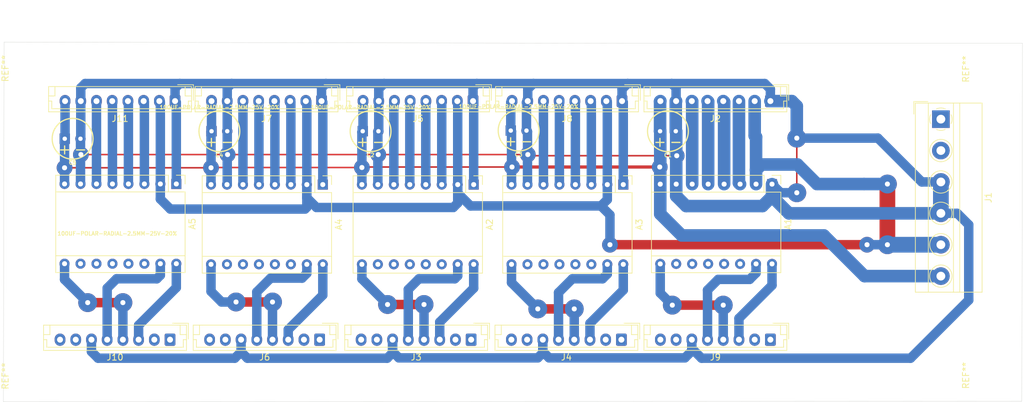
<source format=kicad_pcb>
(kicad_pcb (version 20171130) (host pcbnew "(5.1.6)-1")

  (general
    (thickness 1.6)
    (drawings 7)
    (tracks 306)
    (zones 0)
    (modules 25)
    (nets 39)
  )

  (page A4)
  (layers
    (0 F.Cu signal)
    (31 B.Cu signal)
    (32 B.Adhes user)
    (33 F.Adhes user)
    (34 B.Paste user)
    (35 F.Paste user)
    (36 B.SilkS user)
    (37 F.SilkS user)
    (38 B.Mask user)
    (39 F.Mask user)
    (40 Dwgs.User user)
    (41 Cmts.User user)
    (42 Eco1.User user)
    (43 Eco2.User user)
    (44 Edge.Cuts user)
    (45 Margin user)
    (46 B.CrtYd user)
    (47 F.CrtYd user)
    (48 B.Fab user)
    (49 F.Fab user)
  )

  (setup
    (last_trace_width 0.25)
    (user_trace_width 1)
    (user_trace_width 1.5)
    (user_trace_width 2)
    (user_trace_width 2.5)
    (trace_clearance 0.2)
    (zone_clearance 0.508)
    (zone_45_only no)
    (trace_min 0.2)
    (via_size 0.8)
    (via_drill 0.4)
    (via_min_size 0.4)
    (via_min_drill 0.3)
    (user_via 2.5 0.8)
    (user_via 3 0.8)
    (user_via 5 0.8)
    (uvia_size 0.3)
    (uvia_drill 0.1)
    (uvias_allowed no)
    (uvia_min_size 0.2)
    (uvia_min_drill 0.1)
    (edge_width 0.05)
    (segment_width 0.2)
    (pcb_text_width 0.3)
    (pcb_text_size 1.5 1.5)
    (mod_edge_width 0.12)
    (mod_text_size 1 1)
    (mod_text_width 0.15)
    (pad_size 1.524 1.524)
    (pad_drill 0.762)
    (pad_to_mask_clearance 0.05)
    (aux_axis_origin 0 0)
    (grid_origin 139.2 80.6)
    (visible_elements 7FFFFFFF)
    (pcbplotparams
      (layerselection 0x010fc_ffffffff)
      (usegerberextensions false)
      (usegerberattributes true)
      (usegerberadvancedattributes true)
      (creategerberjobfile true)
      (excludeedgelayer true)
      (linewidth 0.100000)
      (plotframeref false)
      (viasonmask false)
      (mode 1)
      (useauxorigin false)
      (hpglpennumber 1)
      (hpglpenspeed 20)
      (hpglpendiameter 15.000000)
      (psnegative false)
      (psa4output false)
      (plotreference true)
      (plotvalue true)
      (plotinvisibletext false)
      (padsonsilk false)
      (subtractmaskfromsilk false)
      (outputformat 1)
      (mirror false)
      (drillshape 0)
      (scaleselection 1)
      (outputdirectory "gerber/"))
  )

  (net 0 "")
  (net 1 GND)
  (net 2 VM)
  (net 3 VDD)
  (net 4 "Net-(A1-Pad6)")
  (net 5 "Net-(A1-Pad5)")
  (net 6 "Net-(A1-Pad4)")
  (net 7 "Net-(A1-Pad3)")
  (net 8 "Net-(A2-Pad16)")
  (net 9 "Net-(A2-Pad15)")
  (net 10 "Net-(A2-Pad9)")
  (net 11 "Net-(A1-Pad16)")
  (net 12 "Net-(A1-Pad15)")
  (net 13 "Net-(A1-Pad9)")
  (net 14 "Net-(A2-Pad6)")
  (net 15 "Net-(A2-Pad5)")
  (net 16 "Net-(A2-Pad4)")
  (net 17 "Net-(A2-Pad3)")
  (net 18 "Net-(A3-Pad16)")
  (net 19 "Net-(A3-Pad15)")
  (net 20 "Net-(A3-Pad6)")
  (net 21 "Net-(A3-Pad5)")
  (net 22 "Net-(A3-Pad4)")
  (net 23 "Net-(A3-Pad3)")
  (net 24 "Net-(A3-Pad9)")
  (net 25 "Net-(A4-Pad16)")
  (net 26 "Net-(A4-Pad15)")
  (net 27 "Net-(A4-Pad6)")
  (net 28 "Net-(A4-Pad5)")
  (net 29 "Net-(A4-Pad4)")
  (net 30 "Net-(A4-Pad3)")
  (net 31 "Net-(A4-Pad9)")
  (net 32 "Net-(A5-Pad16)")
  (net 33 "Net-(A5-Pad15)")
  (net 34 "Net-(A5-Pad6)")
  (net 35 "Net-(A5-Pad5)")
  (net 36 "Net-(A5-Pad4)")
  (net 37 "Net-(A5-Pad3)")
  (net 38 "Net-(A5-Pad9)")

  (net_class Default "This is the default net class."
    (clearance 0.2)
    (trace_width 0.25)
    (via_dia 0.8)
    (via_drill 0.4)
    (uvia_dia 0.3)
    (uvia_drill 0.1)
    (add_net GND)
    (add_net "Net-(A1-Pad15)")
    (add_net "Net-(A1-Pad16)")
    (add_net "Net-(A1-Pad3)")
    (add_net "Net-(A1-Pad4)")
    (add_net "Net-(A1-Pad5)")
    (add_net "Net-(A1-Pad6)")
    (add_net "Net-(A1-Pad9)")
    (add_net "Net-(A2-Pad15)")
    (add_net "Net-(A2-Pad16)")
    (add_net "Net-(A2-Pad3)")
    (add_net "Net-(A2-Pad4)")
    (add_net "Net-(A2-Pad5)")
    (add_net "Net-(A2-Pad6)")
    (add_net "Net-(A2-Pad9)")
    (add_net "Net-(A3-Pad15)")
    (add_net "Net-(A3-Pad16)")
    (add_net "Net-(A3-Pad3)")
    (add_net "Net-(A3-Pad4)")
    (add_net "Net-(A3-Pad5)")
    (add_net "Net-(A3-Pad6)")
    (add_net "Net-(A3-Pad9)")
    (add_net "Net-(A4-Pad15)")
    (add_net "Net-(A4-Pad16)")
    (add_net "Net-(A4-Pad3)")
    (add_net "Net-(A4-Pad4)")
    (add_net "Net-(A4-Pad5)")
    (add_net "Net-(A4-Pad6)")
    (add_net "Net-(A4-Pad9)")
    (add_net "Net-(A5-Pad15)")
    (add_net "Net-(A5-Pad16)")
    (add_net "Net-(A5-Pad3)")
    (add_net "Net-(A5-Pad4)")
    (add_net "Net-(A5-Pad5)")
    (add_net "Net-(A5-Pad6)")
    (add_net "Net-(A5-Pad9)")
    (add_net VDD)
    (add_net VM)
  )

  (module MountingHole:MountingHole_3.2mm_M3 (layer F.Cu) (tedit 56D1B4CB) (tstamp 5F6DEE0C)
    (at -19.8 25.9 90)
    (descr "Mounting Hole 3.2mm, no annular, M3")
    (tags "mounting hole 3.2mm no annular m3")
    (attr virtual)
    (fp_text reference REF** (at 0 -4.2 90) (layer F.SilkS)
      (effects (font (size 1 1) (thickness 0.15)))
    )
    (fp_text value MountingHole_3.2mm_M3 (at 0 4.2 90) (layer F.Fab)
      (effects (font (size 1 1) (thickness 0.15)))
    )
    (fp_circle (center 0 0) (end 3.45 0) (layer F.CrtYd) (width 0.05))
    (fp_circle (center 0 0) (end 3.2 0) (layer Cmts.User) (width 0.15))
    (fp_text user %R (at 0.3 0 90) (layer F.Fab)
      (effects (font (size 1 1) (thickness 0.15)))
    )
    (pad 1 np_thru_hole circle (at 0 0 90) (size 3.2 3.2) (drill 3.2) (layers *.Cu *.Mask))
  )

  (module MountingHole:MountingHole_3.2mm_M3 (layer F.Cu) (tedit 56D1B4CB) (tstamp 5F6DEDF7)
    (at 133 26 90)
    (descr "Mounting Hole 3.2mm, no annular, M3")
    (tags "mounting hole 3.2mm no annular m3")
    (attr virtual)
    (fp_text reference REF** (at 0 -4.2 90) (layer F.SilkS)
      (effects (font (size 1 1) (thickness 0.15)))
    )
    (fp_text value MountingHole_3.2mm_M3 (at 0 4.2 90) (layer F.Fab)
      (effects (font (size 1 1) (thickness 0.15)))
    )
    (fp_circle (center 0 0) (end 3.45 0) (layer F.CrtYd) (width 0.05))
    (fp_circle (center 0 0) (end 3.2 0) (layer Cmts.User) (width 0.15))
    (fp_text user %R (at 0.3 0 90) (layer F.Fab)
      (effects (font (size 1 1) (thickness 0.15)))
    )
    (pad 1 np_thru_hole circle (at 0 0 90) (size 3.2 3.2) (drill 3.2) (layers *.Cu *.Mask))
  )

  (module MountingHole:MountingHole_3.2mm_M3 (layer F.Cu) (tedit 56D1B4CB) (tstamp 5F6DEDE2)
    (at 133 74.8 90)
    (descr "Mounting Hole 3.2mm, no annular, M3")
    (tags "mounting hole 3.2mm no annular m3")
    (attr virtual)
    (fp_text reference REF** (at 0 -4.2 90) (layer F.SilkS)
      (effects (font (size 1 1) (thickness 0.15)))
    )
    (fp_text value MountingHole_3.2mm_M3 (at 14.1 1.4 90) (layer F.Fab)
      (effects (font (size 1 1) (thickness 0.15)))
    )
    (fp_circle (center 0 0) (end 3.45 0) (layer F.CrtYd) (width 0.05))
    (fp_circle (center 0 0) (end 3.2 0) (layer Cmts.User) (width 0.15))
    (fp_text user %R (at 0.3 0 90) (layer F.Fab)
      (effects (font (size 1 1) (thickness 0.15)))
    )
    (pad 1 np_thru_hole circle (at 0 0 90) (size 3.2 3.2) (drill 3.2) (layers *.Cu *.Mask))
  )

  (module MountingHole:MountingHole_3.2mm_M3 (layer F.Cu) (tedit 56D1B4CB) (tstamp 5F6DEDCD)
    (at -19.8 74.9 90)
    (descr "Mounting Hole 3.2mm, no annular, M3")
    (tags "mounting hole 3.2mm no annular m3")
    (attr virtual)
    (fp_text reference REF** (at 0 -4.2 90) (layer F.SilkS)
      (effects (font (size 1 1) (thickness 0.15)))
    )
    (fp_text value Mounting (at 0 4.2 90) (layer F.Fab) hide
      (effects (font (size 1 1) (thickness 0.15)))
    )
    (fp_circle (center 0 0) (end 3.45 0) (layer F.CrtYd) (width 0.05))
    (fp_circle (center 0 0) (end 3.2 0) (layer Cmts.User) (width 0.15))
    (fp_text user %R (at 0.3 0 90) (layer F.Fab)
      (effects (font (size 1 1) (thickness 0.15)))
    )
    (pad 1 np_thru_hole circle (at 0 0 90) (size 3.2 3.2) (drill 3.2) (layers *.Cu *.Mask))
  )

  (module Connector_JST:JST_EH_B8B-EH-A_1x08_P2.50mm_Vertical (layer F.Cu) (tedit 5C28142D) (tstamp 5F6DED7C)
    (at 3 31.1 180)
    (descr "JST EH series connector, B8B-EH-A (http://www.jst-mfg.com/product/pdf/eng/eEH.pdf), generated with kicad-footprint-generator")
    (tags "connector JST EH vertical")
    (path /5F68634B)
    (fp_text reference J11 (at 8.75 -2.8) (layer F.SilkS)
      (effects (font (size 1 1) (thickness 0.15)))
    )
    (fp_text value Conn_01x08_Female (at 8.75 3.4) (layer F.Fab)
      (effects (font (size 1 1) (thickness 0.15)))
    )
    (fp_line (start -2.5 -1.6) (end -2.5 2.2) (layer F.Fab) (width 0.1))
    (fp_line (start -2.5 2.2) (end 20 2.2) (layer F.Fab) (width 0.1))
    (fp_line (start 20 2.2) (end 20 -1.6) (layer F.Fab) (width 0.1))
    (fp_line (start 20 -1.6) (end -2.5 -1.6) (layer F.Fab) (width 0.1))
    (fp_line (start -3 -2.1) (end -3 2.7) (layer F.CrtYd) (width 0.05))
    (fp_line (start -3 2.7) (end 20.5 2.7) (layer F.CrtYd) (width 0.05))
    (fp_line (start 20.5 2.7) (end 20.5 -2.1) (layer F.CrtYd) (width 0.05))
    (fp_line (start 20.5 -2.1) (end -3 -2.1) (layer F.CrtYd) (width 0.05))
    (fp_line (start -2.61 -1.71) (end -2.61 2.31) (layer F.SilkS) (width 0.12))
    (fp_line (start -2.61 2.31) (end 20.11 2.31) (layer F.SilkS) (width 0.12))
    (fp_line (start 20.11 2.31) (end 20.11 -1.71) (layer F.SilkS) (width 0.12))
    (fp_line (start 20.11 -1.71) (end -2.61 -1.71) (layer F.SilkS) (width 0.12))
    (fp_line (start -2.61 0) (end -2.11 0) (layer F.SilkS) (width 0.12))
    (fp_line (start -2.11 0) (end -2.11 -1.21) (layer F.SilkS) (width 0.12))
    (fp_line (start -2.11 -1.21) (end 19.61 -1.21) (layer F.SilkS) (width 0.12))
    (fp_line (start 19.61 -1.21) (end 19.61 0) (layer F.SilkS) (width 0.12))
    (fp_line (start 19.61 0) (end 20.11 0) (layer F.SilkS) (width 0.12))
    (fp_line (start -2.61 0.81) (end -1.61 0.81) (layer F.SilkS) (width 0.12))
    (fp_line (start -1.61 0.81) (end -1.61 2.31) (layer F.SilkS) (width 0.12))
    (fp_line (start 20.11 0.81) (end 19.11 0.81) (layer F.SilkS) (width 0.12))
    (fp_line (start 19.11 0.81) (end 19.11 2.31) (layer F.SilkS) (width 0.12))
    (fp_line (start -2.91 0.11) (end -2.91 2.61) (layer F.SilkS) (width 0.12))
    (fp_line (start -2.91 2.61) (end -0.41 2.61) (layer F.SilkS) (width 0.12))
    (fp_line (start -2.91 0.11) (end -2.91 2.61) (layer F.Fab) (width 0.1))
    (fp_line (start -2.91 2.61) (end -0.41 2.61) (layer F.Fab) (width 0.1))
    (fp_text user %R (at 8.75 1.5) (layer F.Fab)
      (effects (font (size 1 1) (thickness 0.15)))
    )
    (pad 8 thru_hole oval (at 17.5 0 180) (size 1.7 1.95) (drill 0.95) (layers *.Cu *.Mask)
      (net 2 VM))
    (pad 7 thru_hole oval (at 15 0 180) (size 1.7 1.95) (drill 0.95) (layers *.Cu *.Mask)
      (net 1 GND))
    (pad 6 thru_hole oval (at 12.5 0 180) (size 1.7 1.95) (drill 0.95) (layers *.Cu *.Mask)
      (net 34 "Net-(A5-Pad6)"))
    (pad 5 thru_hole oval (at 10 0 180) (size 1.7 1.95) (drill 0.95) (layers *.Cu *.Mask)
      (net 35 "Net-(A5-Pad5)"))
    (pad 4 thru_hole oval (at 7.5 0 180) (size 1.7 1.95) (drill 0.95) (layers *.Cu *.Mask)
      (net 36 "Net-(A5-Pad4)"))
    (pad 3 thru_hole oval (at 5 0 180) (size 1.7 1.95) (drill 0.95) (layers *.Cu *.Mask)
      (net 37 "Net-(A5-Pad3)"))
    (pad 2 thru_hole oval (at 2.5 0 180) (size 1.7 1.95) (drill 0.95) (layers *.Cu *.Mask)
      (net 3 VDD))
    (pad 1 thru_hole roundrect (at 0 0 180) (size 1.7 1.95) (drill 0.95) (layers *.Cu *.Mask) (roundrect_rratio 0.147059)
      (net 1 GND))
    (model ${KISYS3DMOD}/Connector_JST.3dshapes/JST_EH_B8B-EH-A_1x08_P2.50mm_Vertical.wrl
      (at (xyz 0 0 0))
      (scale (xyz 1 1 1))
      (rotate (xyz 0 0 0))
    )
  )

  (module Connector_JST:JST_EH_B8B-EH-A_1x08_P2.50mm_Vertical (layer F.Cu) (tedit 5C28142D) (tstamp 5F6DED0D)
    (at 2.2 69.1 180)
    (descr "JST EH series connector, B8B-EH-A (http://www.jst-mfg.com/product/pdf/eng/eEH.pdf), generated with kicad-footprint-generator")
    (tags "connector JST EH vertical")
    (path /5F686364)
    (fp_text reference J10 (at 8.75 -2.8) (layer F.SilkS)
      (effects (font (size 1 1) (thickness 0.15)))
    )
    (fp_text value Conn_01x08_Female (at 8.75 3.4) (layer F.Fab)
      (effects (font (size 1 1) (thickness 0.15)))
    )
    (fp_line (start -2.5 -1.6) (end -2.5 2.2) (layer F.Fab) (width 0.1))
    (fp_line (start -2.5 2.2) (end 20 2.2) (layer F.Fab) (width 0.1))
    (fp_line (start 20 2.2) (end 20 -1.6) (layer F.Fab) (width 0.1))
    (fp_line (start 20 -1.6) (end -2.5 -1.6) (layer F.Fab) (width 0.1))
    (fp_line (start -3 -2.1) (end -3 2.7) (layer F.CrtYd) (width 0.05))
    (fp_line (start -3 2.7) (end 20.5 2.7) (layer F.CrtYd) (width 0.05))
    (fp_line (start 20.5 2.7) (end 20.5 -2.1) (layer F.CrtYd) (width 0.05))
    (fp_line (start 20.5 -2.1) (end -3 -2.1) (layer F.CrtYd) (width 0.05))
    (fp_line (start -2.61 -1.71) (end -2.61 2.31) (layer F.SilkS) (width 0.12))
    (fp_line (start -2.61 2.31) (end 20.11 2.31) (layer F.SilkS) (width 0.12))
    (fp_line (start 20.11 2.31) (end 20.11 -1.71) (layer F.SilkS) (width 0.12))
    (fp_line (start 20.11 -1.71) (end -2.61 -1.71) (layer F.SilkS) (width 0.12))
    (fp_line (start -2.61 0) (end -2.11 0) (layer F.SilkS) (width 0.12))
    (fp_line (start -2.11 0) (end -2.11 -1.21) (layer F.SilkS) (width 0.12))
    (fp_line (start -2.11 -1.21) (end 19.61 -1.21) (layer F.SilkS) (width 0.12))
    (fp_line (start 19.61 -1.21) (end 19.61 0) (layer F.SilkS) (width 0.12))
    (fp_line (start 19.61 0) (end 20.11 0) (layer F.SilkS) (width 0.12))
    (fp_line (start -2.61 0.81) (end -1.61 0.81) (layer F.SilkS) (width 0.12))
    (fp_line (start -1.61 0.81) (end -1.61 2.31) (layer F.SilkS) (width 0.12))
    (fp_line (start 20.11 0.81) (end 19.11 0.81) (layer F.SilkS) (width 0.12))
    (fp_line (start 19.11 0.81) (end 19.11 2.31) (layer F.SilkS) (width 0.12))
    (fp_line (start -2.91 0.11) (end -2.91 2.61) (layer F.SilkS) (width 0.12))
    (fp_line (start -2.91 2.61) (end -0.41 2.61) (layer F.SilkS) (width 0.12))
    (fp_line (start -2.91 0.11) (end -2.91 2.61) (layer F.Fab) (width 0.1))
    (fp_line (start -2.91 2.61) (end -0.41 2.61) (layer F.Fab) (width 0.1))
    (fp_text user %R (at 8.75 1.5) (layer F.Fab)
      (effects (font (size 1 1) (thickness 0.15)))
    )
    (pad 8 thru_hole oval (at 17.5 0 180) (size 1.7 1.95) (drill 0.95) (layers *.Cu *.Mask))
    (pad 7 thru_hole oval (at 15 0 180) (size 1.7 1.95) (drill 0.95) (layers *.Cu *.Mask))
    (pad 6 thru_hole oval (at 12.5 0 180) (size 1.7 1.95) (drill 0.95) (layers *.Cu *.Mask)
      (net 1 GND))
    (pad 5 thru_hole oval (at 10 0 180) (size 1.7 1.95) (drill 0.95) (layers *.Cu *.Mask)
      (net 33 "Net-(A5-Pad15)"))
    (pad 4 thru_hole oval (at 7.5 0 180) (size 1.7 1.95) (drill 0.95) (layers *.Cu *.Mask)
      (net 38 "Net-(A5-Pad9)"))
    (pad 3 thru_hole oval (at 5 0 180) (size 1.7 1.95) (drill 0.95) (layers *.Cu *.Mask)
      (net 32 "Net-(A5-Pad16)"))
    (pad 2 thru_hole oval (at 2.5 0 180) (size 1.7 1.95) (drill 0.95) (layers *.Cu *.Mask))
    (pad 1 thru_hole roundrect (at 0 0 180) (size 1.7 1.95) (drill 0.95) (layers *.Cu *.Mask) (roundrect_rratio 0.147059))
    (model ${KISYS3DMOD}/Connector_JST.3dshapes/JST_EH_B8B-EH-A_1x08_P2.50mm_Vertical.wrl
      (at (xyz 0 0 0))
      (scale (xyz 1 1 1))
      (rotate (xyz 0 0 0))
    )
  )

  (module Capacitors:CPOL-RADIAL-2.5MM-6.5MM (layer F.Cu) (tedit 200000) (tstamp 5F6DECD6)
    (at -13.3 37.1 180)
    (descr "2.5 MM SPACED PTHS WITH 6.5 MM DIAMETER OUTLINE")
    (tags "2.5 MM SPACED PTHS WITH 6.5 MM DIAMETER OUTLINE")
    (path /5F686336)
    (attr virtual)
    (fp_text reference C5 (at 0 -3.81) (layer F.SilkS)
      (effects (font (size 0.6096 0.6096) (thickness 0.127)))
    )
    (fp_text value 100UF-POLAR-RADIAL-2.5MM-25V-20% (at -7.1 -15.1) (layer F.SilkS)
      (effects (font (size 0.6096 0.6096) (thickness 0.127)))
    )
    (fp_line (start -0.635 -1.778) (end -1.905 -1.778) (layer F.SilkS) (width 0.2032))
    (fp_line (start 1.905 -1.778) (end 0.635 -1.778) (layer F.SilkS) (width 0.2032))
    (fp_line (start 1.27 -2.413) (end 1.27 -1.143) (layer F.SilkS) (width 0.2032))
    (fp_circle (center 0 0) (end 0 -3.24866) (layer F.SilkS) (width 0.2032))
    (pad 2 thru_hole circle (at -1.24968 0 180) (size 1.651 1.651) (drill 0.6985) (layers *.Cu *.Mask)
      (net 1 GND) (solder_mask_margin 0.1016))
    (pad 1 thru_hole rect (at 1.24968 0 180) (size 1.651 1.651) (drill 0.6985) (layers *.Cu *.Mask)
      (net 2 VM) (solder_mask_margin 0.1016))
  )

  (module Module:Pololu_Breakout-16_15.2x20.3mm (layer F.Cu) (tedit 58AB602C) (tstamp 5F6DEC7F)
    (at 3.2 44.3 270)
    (descr "Pololu Breakout 16-pin 15.2x20.3mm 0.6x0.8\\")
    (tags "Pololu Breakout")
    (path /5F686322)
    (fp_text reference A5 (at 6.35 -2.54 90) (layer F.SilkS)
      (effects (font (size 1 1) (thickness 0.15)))
    )
    (fp_text value Pololu_Breakout_A4988 (at 6.35 20.17 90) (layer F.Fab)
      (effects (font (size 1 1) (thickness 0.15)))
    )
    (fp_line (start 11.43 -1.4) (end 11.43 19.18) (layer F.SilkS) (width 0.12))
    (fp_line (start 1.27 1.27) (end 1.27 19.18) (layer F.SilkS) (width 0.12))
    (fp_line (start 0 -1.4) (end -1.4 -1.4) (layer F.SilkS) (width 0.12))
    (fp_line (start -1.4 -1.4) (end -1.4 0) (layer F.SilkS) (width 0.12))
    (fp_line (start 1.27 -1.4) (end 1.27 1.27) (layer F.SilkS) (width 0.12))
    (fp_line (start 1.27 1.27) (end -1.4 1.27) (layer F.SilkS) (width 0.12))
    (fp_line (start -1.4 1.27) (end -1.4 19.18) (layer F.SilkS) (width 0.12))
    (fp_line (start -1.4 19.18) (end 14.1 19.18) (layer F.SilkS) (width 0.12))
    (fp_line (start 14.1 19.18) (end 14.1 -1.4) (layer F.SilkS) (width 0.12))
    (fp_line (start 14.1 -1.4) (end 1.27 -1.4) (layer F.SilkS) (width 0.12))
    (fp_line (start -1.27 0) (end 0 -1.27) (layer F.Fab) (width 0.1))
    (fp_line (start 0 -1.27) (end 13.97 -1.27) (layer F.Fab) (width 0.1))
    (fp_line (start 13.97 -1.27) (end 13.97 19.05) (layer F.Fab) (width 0.1))
    (fp_line (start 13.97 19.05) (end -1.27 19.05) (layer F.Fab) (width 0.1))
    (fp_line (start -1.27 19.05) (end -1.27 0) (layer F.Fab) (width 0.1))
    (fp_line (start -1.53 -1.52) (end 14.21 -1.52) (layer F.CrtYd) (width 0.05))
    (fp_line (start -1.53 -1.52) (end -1.53 19.3) (layer F.CrtYd) (width 0.05))
    (fp_line (start 14.21 19.3) (end 14.21 -1.52) (layer F.CrtYd) (width 0.05))
    (fp_line (start 14.21 19.3) (end -1.53 19.3) (layer F.CrtYd) (width 0.05))
    (fp_text user %R (at 6.35 0 90) (layer F.Fab)
      (effects (font (size 1 1) (thickness 0.15)))
    )
    (pad 16 thru_hole oval (at 12.7 0 270) (size 1.6 1.6) (drill 0.8) (layers *.Cu *.Mask)
      (net 32 "Net-(A5-Pad16)"))
    (pad 8 thru_hole oval (at 0 17.78 270) (size 1.6 1.6) (drill 0.8) (layers *.Cu *.Mask)
      (net 2 VM))
    (pad 15 thru_hole oval (at 12.7 2.54 270) (size 1.6 1.6) (drill 0.8) (layers *.Cu *.Mask)
      (net 33 "Net-(A5-Pad15)"))
    (pad 7 thru_hole oval (at 0 15.24 270) (size 1.6 1.6) (drill 0.8) (layers *.Cu *.Mask)
      (net 1 GND))
    (pad 14 thru_hole oval (at 12.7 5.08 270) (size 1.6 1.6) (drill 0.8) (layers *.Cu *.Mask))
    (pad 6 thru_hole oval (at 0 12.7 270) (size 1.6 1.6) (drill 0.8) (layers *.Cu *.Mask)
      (net 34 "Net-(A5-Pad6)"))
    (pad 13 thru_hole oval (at 12.7 7.62 270) (size 1.6 1.6) (drill 0.8) (layers *.Cu *.Mask))
    (pad 5 thru_hole oval (at 0 10.16 270) (size 1.6 1.6) (drill 0.8) (layers *.Cu *.Mask)
      (net 35 "Net-(A5-Pad5)"))
    (pad 12 thru_hole oval (at 12.7 10.16 270) (size 1.6 1.6) (drill 0.8) (layers *.Cu *.Mask))
    (pad 4 thru_hole oval (at 0 7.62 270) (size 1.6 1.6) (drill 0.8) (layers *.Cu *.Mask)
      (net 36 "Net-(A5-Pad4)"))
    (pad 11 thru_hole oval (at 12.7 12.7 270) (size 1.6 1.6) (drill 0.8) (layers *.Cu *.Mask))
    (pad 3 thru_hole oval (at 0 5.08 270) (size 1.6 1.6) (drill 0.8) (layers *.Cu *.Mask)
      (net 37 "Net-(A5-Pad3)"))
    (pad 10 thru_hole oval (at 12.7 15.24 270) (size 1.6 1.6) (drill 0.8) (layers *.Cu *.Mask))
    (pad 2 thru_hole oval (at 0 2.54 270) (size 1.6 1.6) (drill 0.8) (layers *.Cu *.Mask)
      (net 3 VDD))
    (pad 9 thru_hole oval (at 12.7 17.78 270) (size 1.6 1.6) (drill 0.8) (layers *.Cu *.Mask)
      (net 38 "Net-(A5-Pad9)"))
    (pad 1 thru_hole rect (at 0 0 270) (size 1.6 1.6) (drill 0.8) (layers *.Cu *.Mask)
      (net 1 GND))
    (model ${KISYS3DMOD}/Module.3dshapes/Pololu_Breakout-16_15.2x20.3mm.wrl
      (at (xyz 0 0 0))
      (scale (xyz 1 1 1))
      (rotate (xyz 0 0 0))
    )
  )

  (module Connector_JST:JST_EH_B8B-EH-A_1x08_P2.50mm_Vertical (layer F.Cu) (tedit 5C28142D) (tstamp 5F6DEC0E)
    (at 26.3 31.1 180)
    (descr "JST EH series connector, B8B-EH-A (http://www.jst-mfg.com/product/pdf/eng/eEH.pdf), generated with kicad-footprint-generator")
    (tags "connector JST EH vertical")
    (path /5F72CFE4)
    (fp_text reference J7 (at 8.75 -2.8) (layer F.SilkS)
      (effects (font (size 1 1) (thickness 0.15)))
    )
    (fp_text value Conn_01x08_Female (at 8.75 3.4) (layer F.Fab)
      (effects (font (size 1 1) (thickness 0.15)))
    )
    (fp_line (start -2.91 2.61) (end -0.41 2.61) (layer F.Fab) (width 0.1))
    (fp_line (start -2.91 0.11) (end -2.91 2.61) (layer F.Fab) (width 0.1))
    (fp_line (start -2.91 2.61) (end -0.41 2.61) (layer F.SilkS) (width 0.12))
    (fp_line (start -2.91 0.11) (end -2.91 2.61) (layer F.SilkS) (width 0.12))
    (fp_line (start 19.11 0.81) (end 19.11 2.31) (layer F.SilkS) (width 0.12))
    (fp_line (start 20.11 0.81) (end 19.11 0.81) (layer F.SilkS) (width 0.12))
    (fp_line (start -1.61 0.81) (end -1.61 2.31) (layer F.SilkS) (width 0.12))
    (fp_line (start -2.61 0.81) (end -1.61 0.81) (layer F.SilkS) (width 0.12))
    (fp_line (start 19.61 0) (end 20.11 0) (layer F.SilkS) (width 0.12))
    (fp_line (start 19.61 -1.21) (end 19.61 0) (layer F.SilkS) (width 0.12))
    (fp_line (start -2.11 -1.21) (end 19.61 -1.21) (layer F.SilkS) (width 0.12))
    (fp_line (start -2.11 0) (end -2.11 -1.21) (layer F.SilkS) (width 0.12))
    (fp_line (start -2.61 0) (end -2.11 0) (layer F.SilkS) (width 0.12))
    (fp_line (start 20.11 -1.71) (end -2.61 -1.71) (layer F.SilkS) (width 0.12))
    (fp_line (start 20.11 2.31) (end 20.11 -1.71) (layer F.SilkS) (width 0.12))
    (fp_line (start -2.61 2.31) (end 20.11 2.31) (layer F.SilkS) (width 0.12))
    (fp_line (start -2.61 -1.71) (end -2.61 2.31) (layer F.SilkS) (width 0.12))
    (fp_line (start 20.5 -2.1) (end -3 -2.1) (layer F.CrtYd) (width 0.05))
    (fp_line (start 20.5 2.7) (end 20.5 -2.1) (layer F.CrtYd) (width 0.05))
    (fp_line (start -3 2.7) (end 20.5 2.7) (layer F.CrtYd) (width 0.05))
    (fp_line (start -3 -2.1) (end -3 2.7) (layer F.CrtYd) (width 0.05))
    (fp_line (start 20 -1.6) (end -2.5 -1.6) (layer F.Fab) (width 0.1))
    (fp_line (start 20 2.2) (end 20 -1.6) (layer F.Fab) (width 0.1))
    (fp_line (start -2.5 2.2) (end 20 2.2) (layer F.Fab) (width 0.1))
    (fp_line (start -2.5 -1.6) (end -2.5 2.2) (layer F.Fab) (width 0.1))
    (fp_text user %R (at 8.75 1.5) (layer F.Fab)
      (effects (font (size 1 1) (thickness 0.15)))
    )
    (pad 8 thru_hole oval (at 17.5 0 180) (size 1.7 1.95) (drill 0.95) (layers *.Cu *.Mask)
      (net 2 VM))
    (pad 7 thru_hole oval (at 15 0 180) (size 1.7 1.95) (drill 0.95) (layers *.Cu *.Mask)
      (net 1 GND))
    (pad 6 thru_hole oval (at 12.5 0 180) (size 1.7 1.95) (drill 0.95) (layers *.Cu *.Mask)
      (net 27 "Net-(A4-Pad6)"))
    (pad 5 thru_hole oval (at 10 0 180) (size 1.7 1.95) (drill 0.95) (layers *.Cu *.Mask)
      (net 28 "Net-(A4-Pad5)"))
    (pad 4 thru_hole oval (at 7.5 0 180) (size 1.7 1.95) (drill 0.95) (layers *.Cu *.Mask)
      (net 29 "Net-(A4-Pad4)"))
    (pad 3 thru_hole oval (at 5 0 180) (size 1.7 1.95) (drill 0.95) (layers *.Cu *.Mask)
      (net 30 "Net-(A4-Pad3)"))
    (pad 2 thru_hole oval (at 2.5 0 180) (size 1.7 1.95) (drill 0.95) (layers *.Cu *.Mask)
      (net 3 VDD))
    (pad 1 thru_hole roundrect (at 0 0 180) (size 1.7 1.95) (drill 0.95) (layers *.Cu *.Mask) (roundrect_rratio 0.147059)
      (net 1 GND))
    (model ${KISYS3DMOD}/Connector_JST.3dshapes/JST_EH_B8B-EH-A_1x08_P2.50mm_Vertical.wrl
      (at (xyz 0 0 0))
      (scale (xyz 1 1 1))
      (rotate (xyz 0 0 0))
    )
  )

  (module Connector_JST:JST_EH_B8B-EH-A_1x08_P2.50mm_Vertical (layer F.Cu) (tedit 5C28142D) (tstamp 5F6DEB9F)
    (at 26 69.1 180)
    (descr "JST EH series connector, B8B-EH-A (http://www.jst-mfg.com/product/pdf/eng/eEH.pdf), generated with kicad-footprint-generator")
    (tags "connector JST EH vertical")
    (path /5F72CFFD)
    (fp_text reference J6 (at 8.75 -2.8) (layer F.SilkS)
      (effects (font (size 1 1) (thickness 0.15)))
    )
    (fp_text value Conn_01x08_Female (at 8.75 3.4) (layer F.Fab)
      (effects (font (size 1 1) (thickness 0.15)))
    )
    (fp_line (start -2.91 2.61) (end -0.41 2.61) (layer F.Fab) (width 0.1))
    (fp_line (start -2.91 0.11) (end -2.91 2.61) (layer F.Fab) (width 0.1))
    (fp_line (start -2.91 2.61) (end -0.41 2.61) (layer F.SilkS) (width 0.12))
    (fp_line (start -2.91 0.11) (end -2.91 2.61) (layer F.SilkS) (width 0.12))
    (fp_line (start 19.11 0.81) (end 19.11 2.31) (layer F.SilkS) (width 0.12))
    (fp_line (start 20.11 0.81) (end 19.11 0.81) (layer F.SilkS) (width 0.12))
    (fp_line (start -1.61 0.81) (end -1.61 2.31) (layer F.SilkS) (width 0.12))
    (fp_line (start -2.61 0.81) (end -1.61 0.81) (layer F.SilkS) (width 0.12))
    (fp_line (start 19.61 0) (end 20.11 0) (layer F.SilkS) (width 0.12))
    (fp_line (start 19.61 -1.21) (end 19.61 0) (layer F.SilkS) (width 0.12))
    (fp_line (start -2.11 -1.21) (end 19.61 -1.21) (layer F.SilkS) (width 0.12))
    (fp_line (start -2.11 0) (end -2.11 -1.21) (layer F.SilkS) (width 0.12))
    (fp_line (start -2.61 0) (end -2.11 0) (layer F.SilkS) (width 0.12))
    (fp_line (start 20.11 -1.71) (end -2.61 -1.71) (layer F.SilkS) (width 0.12))
    (fp_line (start 20.11 2.31) (end 20.11 -1.71) (layer F.SilkS) (width 0.12))
    (fp_line (start -2.61 2.31) (end 20.11 2.31) (layer F.SilkS) (width 0.12))
    (fp_line (start -2.61 -1.71) (end -2.61 2.31) (layer F.SilkS) (width 0.12))
    (fp_line (start 20.5 -2.1) (end -3 -2.1) (layer F.CrtYd) (width 0.05))
    (fp_line (start 20.5 2.7) (end 20.5 -2.1) (layer F.CrtYd) (width 0.05))
    (fp_line (start -3 2.7) (end 20.5 2.7) (layer F.CrtYd) (width 0.05))
    (fp_line (start -3 -2.1) (end -3 2.7) (layer F.CrtYd) (width 0.05))
    (fp_line (start 20 -1.6) (end -2.5 -1.6) (layer F.Fab) (width 0.1))
    (fp_line (start 20 2.2) (end 20 -1.6) (layer F.Fab) (width 0.1))
    (fp_line (start -2.5 2.2) (end 20 2.2) (layer F.Fab) (width 0.1))
    (fp_line (start -2.5 -1.6) (end -2.5 2.2) (layer F.Fab) (width 0.1))
    (fp_text user %R (at 8.75 1.5) (layer F.Fab)
      (effects (font (size 1 1) (thickness 0.15)))
    )
    (pad 8 thru_hole oval (at 17.5 0 180) (size 1.7 1.95) (drill 0.95) (layers *.Cu *.Mask))
    (pad 7 thru_hole oval (at 15 0 180) (size 1.7 1.95) (drill 0.95) (layers *.Cu *.Mask))
    (pad 6 thru_hole oval (at 12.5 0 180) (size 1.7 1.95) (drill 0.95) (layers *.Cu *.Mask)
      (net 1 GND))
    (pad 5 thru_hole oval (at 10 0 180) (size 1.7 1.95) (drill 0.95) (layers *.Cu *.Mask)
      (net 26 "Net-(A4-Pad15)"))
    (pad 4 thru_hole oval (at 7.5 0 180) (size 1.7 1.95) (drill 0.95) (layers *.Cu *.Mask)
      (net 31 "Net-(A4-Pad9)"))
    (pad 3 thru_hole oval (at 5 0 180) (size 1.7 1.95) (drill 0.95) (layers *.Cu *.Mask)
      (net 25 "Net-(A4-Pad16)"))
    (pad 2 thru_hole oval (at 2.5 0 180) (size 1.7 1.95) (drill 0.95) (layers *.Cu *.Mask))
    (pad 1 thru_hole roundrect (at 0 0 180) (size 1.7 1.95) (drill 0.95) (layers *.Cu *.Mask) (roundrect_rratio 0.147059))
    (model ${KISYS3DMOD}/Connector_JST.3dshapes/JST_EH_B8B-EH-A_1x08_P2.50mm_Vertical.wrl
      (at (xyz 0 0 0))
      (scale (xyz 1 1 1))
      (rotate (xyz 0 0 0))
    )
  )

  (module Capacitors:CPOL-RADIAL-2.5MM-6.5MM (layer F.Cu) (tedit 200000) (tstamp 5F6DEB68)
    (at 10.04968 35.9 180)
    (descr "2.5 MM SPACED PTHS WITH 6.5 MM DIAMETER OUTLINE")
    (tags "2.5 MM SPACED PTHS WITH 6.5 MM DIAMETER OUTLINE")
    (path /5F72CFCF)
    (attr virtual)
    (fp_text reference C4 (at 0 -3.81) (layer F.SilkS)
      (effects (font (size 0.6096 0.6096) (thickness 0.127)))
    )
    (fp_text value 100UF-POLAR-RADIAL-2.5MM-25V-20% (at 0 3.81) (layer F.SilkS)
      (effects (font (size 0.6096 0.6096) (thickness 0.127)))
    )
    (fp_circle (center 0 0) (end 0 -3.24866) (layer F.SilkS) (width 0.2032))
    (fp_line (start 1.27 -2.413) (end 1.27 -1.143) (layer F.SilkS) (width 0.2032))
    (fp_line (start 1.905 -1.778) (end 0.635 -1.778) (layer F.SilkS) (width 0.2032))
    (fp_line (start -0.635 -1.778) (end -1.905 -1.778) (layer F.SilkS) (width 0.2032))
    (pad 2 thru_hole circle (at -1.24968 0 180) (size 1.651 1.651) (drill 0.6985) (layers *.Cu *.Mask)
      (net 1 GND) (solder_mask_margin 0.1016))
    (pad 1 thru_hole rect (at 1.24968 0 180) (size 1.651 1.651) (drill 0.6985) (layers *.Cu *.Mask)
      (net 2 VM) (solder_mask_margin 0.1016))
  )

  (module Module:Pololu_Breakout-16_15.2x20.3mm (layer F.Cu) (tedit 58AB602C) (tstamp 5F6DEB11)
    (at 26.5 44.4 270)
    (descr "Pololu Breakout 16-pin 15.2x20.3mm 0.6x0.8\\")
    (tags "Pololu Breakout")
    (path /5F72CFBB)
    (fp_text reference A4 (at 6.35 -2.54 90) (layer F.SilkS)
      (effects (font (size 1 1) (thickness 0.15)))
    )
    (fp_text value Pololu_Breakout_A4988 (at 6.35 20.17 90) (layer F.Fab)
      (effects (font (size 1 1) (thickness 0.15)))
    )
    (fp_line (start 14.21 19.3) (end -1.53 19.3) (layer F.CrtYd) (width 0.05))
    (fp_line (start 14.21 19.3) (end 14.21 -1.52) (layer F.CrtYd) (width 0.05))
    (fp_line (start -1.53 -1.52) (end -1.53 19.3) (layer F.CrtYd) (width 0.05))
    (fp_line (start -1.53 -1.52) (end 14.21 -1.52) (layer F.CrtYd) (width 0.05))
    (fp_line (start -1.27 19.05) (end -1.27 0) (layer F.Fab) (width 0.1))
    (fp_line (start 13.97 19.05) (end -1.27 19.05) (layer F.Fab) (width 0.1))
    (fp_line (start 13.97 -1.27) (end 13.97 19.05) (layer F.Fab) (width 0.1))
    (fp_line (start 0 -1.27) (end 13.97 -1.27) (layer F.Fab) (width 0.1))
    (fp_line (start -1.27 0) (end 0 -1.27) (layer F.Fab) (width 0.1))
    (fp_line (start 14.1 -1.4) (end 1.27 -1.4) (layer F.SilkS) (width 0.12))
    (fp_line (start 14.1 19.18) (end 14.1 -1.4) (layer F.SilkS) (width 0.12))
    (fp_line (start -1.4 19.18) (end 14.1 19.18) (layer F.SilkS) (width 0.12))
    (fp_line (start -1.4 1.27) (end -1.4 19.18) (layer F.SilkS) (width 0.12))
    (fp_line (start 1.27 1.27) (end -1.4 1.27) (layer F.SilkS) (width 0.12))
    (fp_line (start 1.27 -1.4) (end 1.27 1.27) (layer F.SilkS) (width 0.12))
    (fp_line (start -1.4 -1.4) (end -1.4 0) (layer F.SilkS) (width 0.12))
    (fp_line (start 0 -1.4) (end -1.4 -1.4) (layer F.SilkS) (width 0.12))
    (fp_line (start 1.27 1.27) (end 1.27 19.18) (layer F.SilkS) (width 0.12))
    (fp_line (start 11.43 -1.4) (end 11.43 19.18) (layer F.SilkS) (width 0.12))
    (fp_text user %R (at 6.35 0 90) (layer F.Fab)
      (effects (font (size 1 1) (thickness 0.15)))
    )
    (pad 16 thru_hole oval (at 12.7 0 270) (size 1.6 1.6) (drill 0.8) (layers *.Cu *.Mask)
      (net 25 "Net-(A4-Pad16)"))
    (pad 8 thru_hole oval (at 0 17.78 270) (size 1.6 1.6) (drill 0.8) (layers *.Cu *.Mask)
      (net 2 VM))
    (pad 15 thru_hole oval (at 12.7 2.54 270) (size 1.6 1.6) (drill 0.8) (layers *.Cu *.Mask)
      (net 26 "Net-(A4-Pad15)"))
    (pad 7 thru_hole oval (at 0 15.24 270) (size 1.6 1.6) (drill 0.8) (layers *.Cu *.Mask)
      (net 1 GND))
    (pad 14 thru_hole oval (at 12.7 5.08 270) (size 1.6 1.6) (drill 0.8) (layers *.Cu *.Mask))
    (pad 6 thru_hole oval (at 0 12.7 270) (size 1.6 1.6) (drill 0.8) (layers *.Cu *.Mask)
      (net 27 "Net-(A4-Pad6)"))
    (pad 13 thru_hole oval (at 12.7 7.62 270) (size 1.6 1.6) (drill 0.8) (layers *.Cu *.Mask))
    (pad 5 thru_hole oval (at 0 10.16 270) (size 1.6 1.6) (drill 0.8) (layers *.Cu *.Mask)
      (net 28 "Net-(A4-Pad5)"))
    (pad 12 thru_hole oval (at 12.7 10.16 270) (size 1.6 1.6) (drill 0.8) (layers *.Cu *.Mask))
    (pad 4 thru_hole oval (at 0 7.62 270) (size 1.6 1.6) (drill 0.8) (layers *.Cu *.Mask)
      (net 29 "Net-(A4-Pad4)"))
    (pad 11 thru_hole oval (at 12.7 12.7 270) (size 1.6 1.6) (drill 0.8) (layers *.Cu *.Mask))
    (pad 3 thru_hole oval (at 0 5.08 270) (size 1.6 1.6) (drill 0.8) (layers *.Cu *.Mask)
      (net 30 "Net-(A4-Pad3)"))
    (pad 10 thru_hole oval (at 12.7 15.24 270) (size 1.6 1.6) (drill 0.8) (layers *.Cu *.Mask))
    (pad 2 thru_hole oval (at 0 2.54 270) (size 1.6 1.6) (drill 0.8) (layers *.Cu *.Mask)
      (net 3 VDD))
    (pad 9 thru_hole oval (at 12.7 17.78 270) (size 1.6 1.6) (drill 0.8) (layers *.Cu *.Mask)
      (net 31 "Net-(A4-Pad9)"))
    (pad 1 thru_hole rect (at 0 0 270) (size 1.6 1.6) (drill 0.8) (layers *.Cu *.Mask)
      (net 1 GND))
    (model ${KISYS3DMOD}/Module.3dshapes/Pololu_Breakout-16_15.2x20.3mm.wrl
      (at (xyz 0 0 0))
      (scale (xyz 1 1 1))
      (rotate (xyz 0 0 0))
    )
  )

  (module Connector_JST:JST_EH_B8B-EH-A_1x08_P2.50mm_Vertical (layer F.Cu) (tedit 5C28142D) (tstamp 5F6DEAA0)
    (at 50.4 31.1 180)
    (descr "JST EH series connector, B8B-EH-A (http://www.jst-mfg.com/product/pdf/eng/eEH.pdf), generated with kicad-footprint-generator")
    (tags "connector JST EH vertical")
    (path /5F72235C)
    (fp_text reference J5 (at 8.75 -2.8) (layer F.SilkS)
      (effects (font (size 1 1) (thickness 0.15)))
    )
    (fp_text value Conn_01x08_Female (at 8.75 3.4) (layer F.Fab)
      (effects (font (size 1 1) (thickness 0.15)))
    )
    (fp_line (start -2.91 2.61) (end -0.41 2.61) (layer F.Fab) (width 0.1))
    (fp_line (start -2.91 0.11) (end -2.91 2.61) (layer F.Fab) (width 0.1))
    (fp_line (start -2.91 2.61) (end -0.41 2.61) (layer F.SilkS) (width 0.12))
    (fp_line (start -2.91 0.11) (end -2.91 2.61) (layer F.SilkS) (width 0.12))
    (fp_line (start 19.11 0.81) (end 19.11 2.31) (layer F.SilkS) (width 0.12))
    (fp_line (start 20.11 0.81) (end 19.11 0.81) (layer F.SilkS) (width 0.12))
    (fp_line (start -1.61 0.81) (end -1.61 2.31) (layer F.SilkS) (width 0.12))
    (fp_line (start -2.61 0.81) (end -1.61 0.81) (layer F.SilkS) (width 0.12))
    (fp_line (start 19.61 0) (end 20.11 0) (layer F.SilkS) (width 0.12))
    (fp_line (start 19.61 -1.21) (end 19.61 0) (layer F.SilkS) (width 0.12))
    (fp_line (start -2.11 -1.21) (end 19.61 -1.21) (layer F.SilkS) (width 0.12))
    (fp_line (start -2.11 0) (end -2.11 -1.21) (layer F.SilkS) (width 0.12))
    (fp_line (start -2.61 0) (end -2.11 0) (layer F.SilkS) (width 0.12))
    (fp_line (start 20.11 -1.71) (end -2.61 -1.71) (layer F.SilkS) (width 0.12))
    (fp_line (start 20.11 2.31) (end 20.11 -1.71) (layer F.SilkS) (width 0.12))
    (fp_line (start -2.61 2.31) (end 20.11 2.31) (layer F.SilkS) (width 0.12))
    (fp_line (start -2.61 -1.71) (end -2.61 2.31) (layer F.SilkS) (width 0.12))
    (fp_line (start 20.5 -2.1) (end -3 -2.1) (layer F.CrtYd) (width 0.05))
    (fp_line (start 20.5 2.7) (end 20.5 -2.1) (layer F.CrtYd) (width 0.05))
    (fp_line (start -3 2.7) (end 20.5 2.7) (layer F.CrtYd) (width 0.05))
    (fp_line (start -3 -2.1) (end -3 2.7) (layer F.CrtYd) (width 0.05))
    (fp_line (start 20 -1.6) (end -2.5 -1.6) (layer F.Fab) (width 0.1))
    (fp_line (start 20 2.2) (end 20 -1.6) (layer F.Fab) (width 0.1))
    (fp_line (start -2.5 2.2) (end 20 2.2) (layer F.Fab) (width 0.1))
    (fp_line (start -2.5 -1.6) (end -2.5 2.2) (layer F.Fab) (width 0.1))
    (fp_text user %R (at 8.75 1.5) (layer F.Fab)
      (effects (font (size 1 1) (thickness 0.15)))
    )
    (pad 8 thru_hole oval (at 17.5 0 180) (size 1.7 1.95) (drill 0.95) (layers *.Cu *.Mask)
      (net 2 VM))
    (pad 7 thru_hole oval (at 15 0 180) (size 1.7 1.95) (drill 0.95) (layers *.Cu *.Mask)
      (net 1 GND))
    (pad 6 thru_hole oval (at 12.5 0 180) (size 1.7 1.95) (drill 0.95) (layers *.Cu *.Mask)
      (net 14 "Net-(A2-Pad6)"))
    (pad 5 thru_hole oval (at 10 0 180) (size 1.7 1.95) (drill 0.95) (layers *.Cu *.Mask)
      (net 15 "Net-(A2-Pad5)"))
    (pad 4 thru_hole oval (at 7.5 0 180) (size 1.7 1.95) (drill 0.95) (layers *.Cu *.Mask)
      (net 16 "Net-(A2-Pad4)"))
    (pad 3 thru_hole oval (at 5 0 180) (size 1.7 1.95) (drill 0.95) (layers *.Cu *.Mask)
      (net 17 "Net-(A2-Pad3)"))
    (pad 2 thru_hole oval (at 2.5 0 180) (size 1.7 1.95) (drill 0.95) (layers *.Cu *.Mask)
      (net 3 VDD))
    (pad 1 thru_hole roundrect (at 0 0 180) (size 1.7 1.95) (drill 0.95) (layers *.Cu *.Mask) (roundrect_rratio 0.147059)
      (net 1 GND))
    (model ${KISYS3DMOD}/Connector_JST.3dshapes/JST_EH_B8B-EH-A_1x08_P2.50mm_Vertical.wrl
      (at (xyz 0 0 0))
      (scale (xyz 1 1 1))
      (rotate (xyz 0 0 0))
    )
  )

  (module Connector_JST:JST_EH_B8B-EH-A_1x08_P2.50mm_Vertical (layer F.Cu) (tedit 5C28142D) (tstamp 5F6DEA31)
    (at 50.1 69.1 180)
    (descr "JST EH series connector, B8B-EH-A (http://www.jst-mfg.com/product/pdf/eng/eEH.pdf), generated with kicad-footprint-generator")
    (tags "connector JST EH vertical")
    (path /5F722375)
    (fp_text reference J3 (at 8.75 -2.8) (layer F.SilkS)
      (effects (font (size 1 1) (thickness 0.15)))
    )
    (fp_text value Conn_01x08_Female (at 8.75 3.4) (layer F.Fab)
      (effects (font (size 1 1) (thickness 0.15)))
    )
    (fp_line (start -2.91 2.61) (end -0.41 2.61) (layer F.Fab) (width 0.1))
    (fp_line (start -2.91 0.11) (end -2.91 2.61) (layer F.Fab) (width 0.1))
    (fp_line (start -2.91 2.61) (end -0.41 2.61) (layer F.SilkS) (width 0.12))
    (fp_line (start -2.91 0.11) (end -2.91 2.61) (layer F.SilkS) (width 0.12))
    (fp_line (start 19.11 0.81) (end 19.11 2.31) (layer F.SilkS) (width 0.12))
    (fp_line (start 20.11 0.81) (end 19.11 0.81) (layer F.SilkS) (width 0.12))
    (fp_line (start -1.61 0.81) (end -1.61 2.31) (layer F.SilkS) (width 0.12))
    (fp_line (start -2.61 0.81) (end -1.61 0.81) (layer F.SilkS) (width 0.12))
    (fp_line (start 19.61 0) (end 20.11 0) (layer F.SilkS) (width 0.12))
    (fp_line (start 19.61 -1.21) (end 19.61 0) (layer F.SilkS) (width 0.12))
    (fp_line (start -2.11 -1.21) (end 19.61 -1.21) (layer F.SilkS) (width 0.12))
    (fp_line (start -2.11 0) (end -2.11 -1.21) (layer F.SilkS) (width 0.12))
    (fp_line (start -2.61 0) (end -2.11 0) (layer F.SilkS) (width 0.12))
    (fp_line (start 20.11 -1.71) (end -2.61 -1.71) (layer F.SilkS) (width 0.12))
    (fp_line (start 20.11 2.31) (end 20.11 -1.71) (layer F.SilkS) (width 0.12))
    (fp_line (start -2.61 2.31) (end 20.11 2.31) (layer F.SilkS) (width 0.12))
    (fp_line (start -2.61 -1.71) (end -2.61 2.31) (layer F.SilkS) (width 0.12))
    (fp_line (start 20.5 -2.1) (end -3 -2.1) (layer F.CrtYd) (width 0.05))
    (fp_line (start 20.5 2.7) (end 20.5 -2.1) (layer F.CrtYd) (width 0.05))
    (fp_line (start -3 2.7) (end 20.5 2.7) (layer F.CrtYd) (width 0.05))
    (fp_line (start -3 -2.1) (end -3 2.7) (layer F.CrtYd) (width 0.05))
    (fp_line (start 20 -1.6) (end -2.5 -1.6) (layer F.Fab) (width 0.1))
    (fp_line (start 20 2.2) (end 20 -1.6) (layer F.Fab) (width 0.1))
    (fp_line (start -2.5 2.2) (end 20 2.2) (layer F.Fab) (width 0.1))
    (fp_line (start -2.5 -1.6) (end -2.5 2.2) (layer F.Fab) (width 0.1))
    (fp_text user %R (at 8.75 1.5) (layer F.Fab)
      (effects (font (size 1 1) (thickness 0.15)))
    )
    (pad 8 thru_hole oval (at 17.5 0 180) (size 1.7 1.95) (drill 0.95) (layers *.Cu *.Mask))
    (pad 7 thru_hole oval (at 15 0 180) (size 1.7 1.95) (drill 0.95) (layers *.Cu *.Mask))
    (pad 6 thru_hole oval (at 12.5 0 180) (size 1.7 1.95) (drill 0.95) (layers *.Cu *.Mask)
      (net 1 GND))
    (pad 5 thru_hole oval (at 10 0 180) (size 1.7 1.95) (drill 0.95) (layers *.Cu *.Mask)
      (net 9 "Net-(A2-Pad15)"))
    (pad 4 thru_hole oval (at 7.5 0 180) (size 1.7 1.95) (drill 0.95) (layers *.Cu *.Mask)
      (net 10 "Net-(A2-Pad9)"))
    (pad 3 thru_hole oval (at 5 0 180) (size 1.7 1.95) (drill 0.95) (layers *.Cu *.Mask)
      (net 8 "Net-(A2-Pad16)"))
    (pad 2 thru_hole oval (at 2.5 0 180) (size 1.7 1.95) (drill 0.95) (layers *.Cu *.Mask))
    (pad 1 thru_hole roundrect (at 0 0 180) (size 1.7 1.95) (drill 0.95) (layers *.Cu *.Mask) (roundrect_rratio 0.147059))
    (model ${KISYS3DMOD}/Connector_JST.3dshapes/JST_EH_B8B-EH-A_1x08_P2.50mm_Vertical.wrl
      (at (xyz 0 0 0))
      (scale (xyz 1 1 1))
      (rotate (xyz 0 0 0))
    )
  )

  (module Capacitors:CPOL-RADIAL-2.5MM-6.5MM (layer F.Cu) (tedit 200000) (tstamp 5F6DE9FA)
    (at 34.1 35.9 180)
    (descr "2.5 MM SPACED PTHS WITH 6.5 MM DIAMETER OUTLINE")
    (tags "2.5 MM SPACED PTHS WITH 6.5 MM DIAMETER OUTLINE")
    (path /5F722347)
    (attr virtual)
    (fp_text reference C2 (at 0 -3.81) (layer F.SilkS)
      (effects (font (size 0.6096 0.6096) (thickness 0.127)))
    )
    (fp_text value 100UF-POLAR-RADIAL-2.5MM-25V-20% (at 0 3.81) (layer F.SilkS)
      (effects (font (size 0.6096 0.6096) (thickness 0.127)))
    )
    (fp_circle (center 0 0) (end 0 -3.24866) (layer F.SilkS) (width 0.2032))
    (fp_line (start 1.27 -2.413) (end 1.27 -1.143) (layer F.SilkS) (width 0.2032))
    (fp_line (start 1.905 -1.778) (end 0.635 -1.778) (layer F.SilkS) (width 0.2032))
    (fp_line (start -0.635 -1.778) (end -1.905 -1.778) (layer F.SilkS) (width 0.2032))
    (pad 2 thru_hole circle (at -1.24968 0 180) (size 1.651 1.651) (drill 0.6985) (layers *.Cu *.Mask)
      (net 1 GND) (solder_mask_margin 0.1016))
    (pad 1 thru_hole rect (at 1.24968 0 180) (size 1.651 1.651) (drill 0.6985) (layers *.Cu *.Mask)
      (net 2 VM) (solder_mask_margin 0.1016))
  )

  (module Module:Pololu_Breakout-16_15.2x20.3mm (layer F.Cu) (tedit 58AB602C) (tstamp 5F6DE9A3)
    (at 50.5 44.4 270)
    (descr "Pololu Breakout 16-pin 15.2x20.3mm 0.6x0.8\\")
    (tags "Pololu Breakout")
    (path /5F722333)
    (fp_text reference A2 (at 6.35 -2.54 90) (layer F.SilkS)
      (effects (font (size 1 1) (thickness 0.15)))
    )
    (fp_text value Pololu_Breakout_A4988 (at 6.35 20.17 90) (layer F.Fab)
      (effects (font (size 1 1) (thickness 0.15)))
    )
    (fp_line (start 14.21 19.3) (end -1.53 19.3) (layer F.CrtYd) (width 0.05))
    (fp_line (start 14.21 19.3) (end 14.21 -1.52) (layer F.CrtYd) (width 0.05))
    (fp_line (start -1.53 -1.52) (end -1.53 19.3) (layer F.CrtYd) (width 0.05))
    (fp_line (start -1.53 -1.52) (end 14.21 -1.52) (layer F.CrtYd) (width 0.05))
    (fp_line (start -1.27 19.05) (end -1.27 0) (layer F.Fab) (width 0.1))
    (fp_line (start 13.97 19.05) (end -1.27 19.05) (layer F.Fab) (width 0.1))
    (fp_line (start 13.97 -1.27) (end 13.97 19.05) (layer F.Fab) (width 0.1))
    (fp_line (start 0 -1.27) (end 13.97 -1.27) (layer F.Fab) (width 0.1))
    (fp_line (start -1.27 0) (end 0 -1.27) (layer F.Fab) (width 0.1))
    (fp_line (start 14.1 -1.4) (end 1.27 -1.4) (layer F.SilkS) (width 0.12))
    (fp_line (start 14.1 19.18) (end 14.1 -1.4) (layer F.SilkS) (width 0.12))
    (fp_line (start -1.4 19.18) (end 14.1 19.18) (layer F.SilkS) (width 0.12))
    (fp_line (start -1.4 1.27) (end -1.4 19.18) (layer F.SilkS) (width 0.12))
    (fp_line (start 1.27 1.27) (end -1.4 1.27) (layer F.SilkS) (width 0.12))
    (fp_line (start 1.27 -1.4) (end 1.27 1.27) (layer F.SilkS) (width 0.12))
    (fp_line (start -1.4 -1.4) (end -1.4 0) (layer F.SilkS) (width 0.12))
    (fp_line (start 0 -1.4) (end -1.4 -1.4) (layer F.SilkS) (width 0.12))
    (fp_line (start 1.27 1.27) (end 1.27 19.18) (layer F.SilkS) (width 0.12))
    (fp_line (start 11.43 -1.4) (end 11.43 19.18) (layer F.SilkS) (width 0.12))
    (fp_text user %R (at 6.35 0 90) (layer F.Fab)
      (effects (font (size 1 1) (thickness 0.15)))
    )
    (pad 16 thru_hole oval (at 12.7 0 270) (size 1.6 1.6) (drill 0.8) (layers *.Cu *.Mask)
      (net 8 "Net-(A2-Pad16)"))
    (pad 8 thru_hole oval (at 0 17.78 270) (size 1.6 1.6) (drill 0.8) (layers *.Cu *.Mask)
      (net 2 VM))
    (pad 15 thru_hole oval (at 12.7 2.54 270) (size 1.6 1.6) (drill 0.8) (layers *.Cu *.Mask)
      (net 9 "Net-(A2-Pad15)"))
    (pad 7 thru_hole oval (at 0 15.24 270) (size 1.6 1.6) (drill 0.8) (layers *.Cu *.Mask)
      (net 1 GND))
    (pad 14 thru_hole oval (at 12.7 5.08 270) (size 1.6 1.6) (drill 0.8) (layers *.Cu *.Mask))
    (pad 6 thru_hole oval (at 0 12.7 270) (size 1.6 1.6) (drill 0.8) (layers *.Cu *.Mask)
      (net 14 "Net-(A2-Pad6)"))
    (pad 13 thru_hole oval (at 12.7 7.62 270) (size 1.6 1.6) (drill 0.8) (layers *.Cu *.Mask))
    (pad 5 thru_hole oval (at 0 10.16 270) (size 1.6 1.6) (drill 0.8) (layers *.Cu *.Mask)
      (net 15 "Net-(A2-Pad5)"))
    (pad 12 thru_hole oval (at 12.7 10.16 270) (size 1.6 1.6) (drill 0.8) (layers *.Cu *.Mask))
    (pad 4 thru_hole oval (at 0 7.62 270) (size 1.6 1.6) (drill 0.8) (layers *.Cu *.Mask)
      (net 16 "Net-(A2-Pad4)"))
    (pad 11 thru_hole oval (at 12.7 12.7 270) (size 1.6 1.6) (drill 0.8) (layers *.Cu *.Mask))
    (pad 3 thru_hole oval (at 0 5.08 270) (size 1.6 1.6) (drill 0.8) (layers *.Cu *.Mask)
      (net 17 "Net-(A2-Pad3)"))
    (pad 10 thru_hole oval (at 12.7 15.24 270) (size 1.6 1.6) (drill 0.8) (layers *.Cu *.Mask))
    (pad 2 thru_hole oval (at 0 2.54 270) (size 1.6 1.6) (drill 0.8) (layers *.Cu *.Mask)
      (net 3 VDD))
    (pad 9 thru_hole oval (at 12.7 17.78 270) (size 1.6 1.6) (drill 0.8) (layers *.Cu *.Mask)
      (net 10 "Net-(A2-Pad9)"))
    (pad 1 thru_hole rect (at 0 0 270) (size 1.6 1.6) (drill 0.8) (layers *.Cu *.Mask)
      (net 1 GND))
    (model ${KISYS3DMOD}/Module.3dshapes/Pololu_Breakout-16_15.2x20.3mm.wrl
      (at (xyz 0 0 0))
      (scale (xyz 1 1 1))
      (rotate (xyz 0 0 0))
    )
  )

  (module Connector_JST:JST_EH_B8B-EH-A_1x08_P2.50mm_Vertical (layer F.Cu) (tedit 5C28142D) (tstamp 5F6DE932)
    (at 97.7 69.1 180)
    (descr "JST EH series connector, B8B-EH-A (http://www.jst-mfg.com/product/pdf/eng/eEH.pdf), generated with kicad-footprint-generator")
    (tags "connector JST EH vertical")
    (path /5F681CCA)
    (fp_text reference J9 (at 8.75 -2.8) (layer F.SilkS)
      (effects (font (size 1 1) (thickness 0.15)))
    )
    (fp_text value Conn_01x08_Female (at 8.75 3.4) (layer F.Fab)
      (effects (font (size 1 1) (thickness 0.15)))
    )
    (fp_line (start -2.91 2.61) (end -0.41 2.61) (layer F.Fab) (width 0.1))
    (fp_line (start -2.91 0.11) (end -2.91 2.61) (layer F.Fab) (width 0.1))
    (fp_line (start -2.91 2.61) (end -0.41 2.61) (layer F.SilkS) (width 0.12))
    (fp_line (start -2.91 0.11) (end -2.91 2.61) (layer F.SilkS) (width 0.12))
    (fp_line (start 19.11 0.81) (end 19.11 2.31) (layer F.SilkS) (width 0.12))
    (fp_line (start 20.11 0.81) (end 19.11 0.81) (layer F.SilkS) (width 0.12))
    (fp_line (start -1.61 0.81) (end -1.61 2.31) (layer F.SilkS) (width 0.12))
    (fp_line (start -2.61 0.81) (end -1.61 0.81) (layer F.SilkS) (width 0.12))
    (fp_line (start 19.61 0) (end 20.11 0) (layer F.SilkS) (width 0.12))
    (fp_line (start 19.61 -1.21) (end 19.61 0) (layer F.SilkS) (width 0.12))
    (fp_line (start -2.11 -1.21) (end 19.61 -1.21) (layer F.SilkS) (width 0.12))
    (fp_line (start -2.11 0) (end -2.11 -1.21) (layer F.SilkS) (width 0.12))
    (fp_line (start -2.61 0) (end -2.11 0) (layer F.SilkS) (width 0.12))
    (fp_line (start 20.11 -1.71) (end -2.61 -1.71) (layer F.SilkS) (width 0.12))
    (fp_line (start 20.11 2.31) (end 20.11 -1.71) (layer F.SilkS) (width 0.12))
    (fp_line (start -2.61 2.31) (end 20.11 2.31) (layer F.SilkS) (width 0.12))
    (fp_line (start -2.61 -1.71) (end -2.61 2.31) (layer F.SilkS) (width 0.12))
    (fp_line (start 20.5 -2.1) (end -3 -2.1) (layer F.CrtYd) (width 0.05))
    (fp_line (start 20.5 2.7) (end 20.5 -2.1) (layer F.CrtYd) (width 0.05))
    (fp_line (start -3 2.7) (end 20.5 2.7) (layer F.CrtYd) (width 0.05))
    (fp_line (start -3 -2.1) (end -3 2.7) (layer F.CrtYd) (width 0.05))
    (fp_line (start 20 -1.6) (end -2.5 -1.6) (layer F.Fab) (width 0.1))
    (fp_line (start 20 2.2) (end 20 -1.6) (layer F.Fab) (width 0.1))
    (fp_line (start -2.5 2.2) (end 20 2.2) (layer F.Fab) (width 0.1))
    (fp_line (start -2.5 -1.6) (end -2.5 2.2) (layer F.Fab) (width 0.1))
    (fp_text user %R (at 8.75 1.5) (layer F.Fab)
      (effects (font (size 1 1) (thickness 0.15)))
    )
    (pad 8 thru_hole oval (at 17.5 0 180) (size 1.7 1.95) (drill 0.95) (layers *.Cu *.Mask))
    (pad 7 thru_hole oval (at 15 0 180) (size 1.7 1.95) (drill 0.95) (layers *.Cu *.Mask))
    (pad 6 thru_hole oval (at 12.5 0 180) (size 1.7 1.95) (drill 0.95) (layers *.Cu *.Mask)
      (net 1 GND))
    (pad 5 thru_hole oval (at 10 0 180) (size 1.7 1.95) (drill 0.95) (layers *.Cu *.Mask)
      (net 12 "Net-(A1-Pad15)"))
    (pad 4 thru_hole oval (at 7.5 0 180) (size 1.7 1.95) (drill 0.95) (layers *.Cu *.Mask)
      (net 13 "Net-(A1-Pad9)"))
    (pad 3 thru_hole oval (at 5 0 180) (size 1.7 1.95) (drill 0.95) (layers *.Cu *.Mask)
      (net 11 "Net-(A1-Pad16)"))
    (pad 2 thru_hole oval (at 2.5 0 180) (size 1.7 1.95) (drill 0.95) (layers *.Cu *.Mask))
    (pad 1 thru_hole roundrect (at 0 0 180) (size 1.7 1.95) (drill 0.95) (layers *.Cu *.Mask) (roundrect_rratio 0.147059))
    (model ${KISYS3DMOD}/Connector_JST.3dshapes/JST_EH_B8B-EH-A_1x08_P2.50mm_Vertical.wrl
      (at (xyz 0 0 0))
      (scale (xyz 1 1 1))
      (rotate (xyz 0 0 0))
    )
  )

  (module Connector_JST:JST_EH_B8B-EH-A_1x08_P2.50mm_Vertical (layer F.Cu) (tedit 5C28142D) (tstamp 5F6DE8C3)
    (at 74.1 31.1 180)
    (descr "JST EH series connector, B8B-EH-A (http://www.jst-mfg.com/product/pdf/eng/eEH.pdf), generated with kicad-footprint-generator")
    (tags "connector JST EH vertical")
    (path /5F6A6420)
    (fp_text reference J8 (at 8.75 -2.8) (layer F.SilkS)
      (effects (font (size 1 1) (thickness 0.15)))
    )
    (fp_text value Conn_01x08_Female (at 8.75 3.4) (layer F.Fab)
      (effects (font (size 1 1) (thickness 0.15)))
    )
    (fp_line (start -2.91 2.61) (end -0.41 2.61) (layer F.Fab) (width 0.1))
    (fp_line (start -2.91 0.11) (end -2.91 2.61) (layer F.Fab) (width 0.1))
    (fp_line (start -2.91 2.61) (end -0.41 2.61) (layer F.SilkS) (width 0.12))
    (fp_line (start -2.91 0.11) (end -2.91 2.61) (layer F.SilkS) (width 0.12))
    (fp_line (start 19.11 0.81) (end 19.11 2.31) (layer F.SilkS) (width 0.12))
    (fp_line (start 20.11 0.81) (end 19.11 0.81) (layer F.SilkS) (width 0.12))
    (fp_line (start -1.61 0.81) (end -1.61 2.31) (layer F.SilkS) (width 0.12))
    (fp_line (start -2.61 0.81) (end -1.61 0.81) (layer F.SilkS) (width 0.12))
    (fp_line (start 19.61 0) (end 20.11 0) (layer F.SilkS) (width 0.12))
    (fp_line (start 19.61 -1.21) (end 19.61 0) (layer F.SilkS) (width 0.12))
    (fp_line (start -2.11 -1.21) (end 19.61 -1.21) (layer F.SilkS) (width 0.12))
    (fp_line (start -2.11 0) (end -2.11 -1.21) (layer F.SilkS) (width 0.12))
    (fp_line (start -2.61 0) (end -2.11 0) (layer F.SilkS) (width 0.12))
    (fp_line (start 20.11 -1.71) (end -2.61 -1.71) (layer F.SilkS) (width 0.12))
    (fp_line (start 20.11 2.31) (end 20.11 -1.71) (layer F.SilkS) (width 0.12))
    (fp_line (start -2.61 2.31) (end 20.11 2.31) (layer F.SilkS) (width 0.12))
    (fp_line (start -2.61 -1.71) (end -2.61 2.31) (layer F.SilkS) (width 0.12))
    (fp_line (start 20.5 -2.1) (end -3 -2.1) (layer F.CrtYd) (width 0.05))
    (fp_line (start 20.5 2.7) (end 20.5 -2.1) (layer F.CrtYd) (width 0.05))
    (fp_line (start -3 2.7) (end 20.5 2.7) (layer F.CrtYd) (width 0.05))
    (fp_line (start -3 -2.1) (end -3 2.7) (layer F.CrtYd) (width 0.05))
    (fp_line (start 20 -1.6) (end -2.5 -1.6) (layer F.Fab) (width 0.1))
    (fp_line (start 20 2.2) (end 20 -1.6) (layer F.Fab) (width 0.1))
    (fp_line (start -2.5 2.2) (end 20 2.2) (layer F.Fab) (width 0.1))
    (fp_line (start -2.5 -1.6) (end -2.5 2.2) (layer F.Fab) (width 0.1))
    (fp_text user %R (at 8.75 1.5) (layer F.Fab)
      (effects (font (size 1 1) (thickness 0.15)))
    )
    (pad 8 thru_hole oval (at 17.5 0 180) (size 1.7 1.95) (drill 0.95) (layers *.Cu *.Mask)
      (net 2 VM))
    (pad 7 thru_hole oval (at 15 0 180) (size 1.7 1.95) (drill 0.95) (layers *.Cu *.Mask)
      (net 1 GND))
    (pad 6 thru_hole oval (at 12.5 0 180) (size 1.7 1.95) (drill 0.95) (layers *.Cu *.Mask)
      (net 20 "Net-(A3-Pad6)"))
    (pad 5 thru_hole oval (at 10 0 180) (size 1.7 1.95) (drill 0.95) (layers *.Cu *.Mask)
      (net 21 "Net-(A3-Pad5)"))
    (pad 4 thru_hole oval (at 7.5 0 180) (size 1.7 1.95) (drill 0.95) (layers *.Cu *.Mask)
      (net 22 "Net-(A3-Pad4)"))
    (pad 3 thru_hole oval (at 5 0 180) (size 1.7 1.95) (drill 0.95) (layers *.Cu *.Mask)
      (net 23 "Net-(A3-Pad3)"))
    (pad 2 thru_hole oval (at 2.5 0 180) (size 1.7 1.95) (drill 0.95) (layers *.Cu *.Mask)
      (net 3 VDD))
    (pad 1 thru_hole roundrect (at 0 0 180) (size 1.7 1.95) (drill 0.95) (layers *.Cu *.Mask) (roundrect_rratio 0.147059)
      (net 1 GND))
    (model ${KISYS3DMOD}/Connector_JST.3dshapes/JST_EH_B8B-EH-A_1x08_P2.50mm_Vertical.wrl
      (at (xyz 0 0 0))
      (scale (xyz 1 1 1))
      (rotate (xyz 0 0 0))
    )
  )

  (module Connector_JST:JST_EH_B8B-EH-A_1x08_P2.50mm_Vertical (layer F.Cu) (tedit 5C28142D) (tstamp 5F6DE854)
    (at 74 69.1 180)
    (descr "JST EH series connector, B8B-EH-A (http://www.jst-mfg.com/product/pdf/eng/eEH.pdf), generated with kicad-footprint-generator")
    (tags "connector JST EH vertical")
    (path /5F6A6439)
    (fp_text reference J4 (at 8.75 -2.8) (layer F.SilkS)
      (effects (font (size 1 1) (thickness 0.15)))
    )
    (fp_text value Conn_01x08_Female (at 8.75 3.4) (layer F.Fab)
      (effects (font (size 1 1) (thickness 0.15)))
    )
    (fp_line (start -2.91 2.61) (end -0.41 2.61) (layer F.Fab) (width 0.1))
    (fp_line (start -2.91 0.11) (end -2.91 2.61) (layer F.Fab) (width 0.1))
    (fp_line (start -2.91 2.61) (end -0.41 2.61) (layer F.SilkS) (width 0.12))
    (fp_line (start -2.91 0.11) (end -2.91 2.61) (layer F.SilkS) (width 0.12))
    (fp_line (start 19.11 0.81) (end 19.11 2.31) (layer F.SilkS) (width 0.12))
    (fp_line (start 20.11 0.81) (end 19.11 0.81) (layer F.SilkS) (width 0.12))
    (fp_line (start -1.61 0.81) (end -1.61 2.31) (layer F.SilkS) (width 0.12))
    (fp_line (start -2.61 0.81) (end -1.61 0.81) (layer F.SilkS) (width 0.12))
    (fp_line (start 19.61 0) (end 20.11 0) (layer F.SilkS) (width 0.12))
    (fp_line (start 19.61 -1.21) (end 19.61 0) (layer F.SilkS) (width 0.12))
    (fp_line (start -2.11 -1.21) (end 19.61 -1.21) (layer F.SilkS) (width 0.12))
    (fp_line (start -2.11 0) (end -2.11 -1.21) (layer F.SilkS) (width 0.12))
    (fp_line (start -2.61 0) (end -2.11 0) (layer F.SilkS) (width 0.12))
    (fp_line (start 20.11 -1.71) (end -2.61 -1.71) (layer F.SilkS) (width 0.12))
    (fp_line (start 20.11 2.31) (end 20.11 -1.71) (layer F.SilkS) (width 0.12))
    (fp_line (start -2.61 2.31) (end 20.11 2.31) (layer F.SilkS) (width 0.12))
    (fp_line (start -2.61 -1.71) (end -2.61 2.31) (layer F.SilkS) (width 0.12))
    (fp_line (start 20.5 -2.1) (end -3 -2.1) (layer F.CrtYd) (width 0.05))
    (fp_line (start 20.5 2.7) (end 20.5 -2.1) (layer F.CrtYd) (width 0.05))
    (fp_line (start -3 2.7) (end 20.5 2.7) (layer F.CrtYd) (width 0.05))
    (fp_line (start -3 -2.1) (end -3 2.7) (layer F.CrtYd) (width 0.05))
    (fp_line (start 20 -1.6) (end -2.5 -1.6) (layer F.Fab) (width 0.1))
    (fp_line (start 20 2.2) (end 20 -1.6) (layer F.Fab) (width 0.1))
    (fp_line (start -2.5 2.2) (end 20 2.2) (layer F.Fab) (width 0.1))
    (fp_line (start -2.5 -1.6) (end -2.5 2.2) (layer F.Fab) (width 0.1))
    (fp_text user %R (at 8.75 1.5) (layer F.Fab)
      (effects (font (size 1 1) (thickness 0.15)))
    )
    (pad 8 thru_hole oval (at 17.5 0 180) (size 1.7 1.95) (drill 0.95) (layers *.Cu *.Mask))
    (pad 7 thru_hole oval (at 15 0 180) (size 1.7 1.95) (drill 0.95) (layers *.Cu *.Mask))
    (pad 6 thru_hole oval (at 12.5 0 180) (size 1.7 1.95) (drill 0.95) (layers *.Cu *.Mask)
      (net 1 GND))
    (pad 5 thru_hole oval (at 10 0 180) (size 1.7 1.95) (drill 0.95) (layers *.Cu *.Mask)
      (net 19 "Net-(A3-Pad15)"))
    (pad 4 thru_hole oval (at 7.5 0 180) (size 1.7 1.95) (drill 0.95) (layers *.Cu *.Mask)
      (net 24 "Net-(A3-Pad9)"))
    (pad 3 thru_hole oval (at 5 0 180) (size 1.7 1.95) (drill 0.95) (layers *.Cu *.Mask)
      (net 18 "Net-(A3-Pad16)"))
    (pad 2 thru_hole oval (at 2.5 0 180) (size 1.7 1.95) (drill 0.95) (layers *.Cu *.Mask))
    (pad 1 thru_hole roundrect (at 0 0 180) (size 1.7 1.95) (drill 0.95) (layers *.Cu *.Mask) (roundrect_rratio 0.147059))
    (model ${KISYS3DMOD}/Connector_JST.3dshapes/JST_EH_B8B-EH-A_1x08_P2.50mm_Vertical.wrl
      (at (xyz 0 0 0))
      (scale (xyz 1 1 1))
      (rotate (xyz 0 0 0))
    )
  )

  (module Capacitors:CPOL-RADIAL-2.5MM-6.5MM (layer F.Cu) (tedit 200000) (tstamp 5F6DE81D)
    (at 57.64968 35.8 180)
    (descr "2.5 MM SPACED PTHS WITH 6.5 MM DIAMETER OUTLINE")
    (tags "2.5 MM SPACED PTHS WITH 6.5 MM DIAMETER OUTLINE")
    (path /5F6A6406)
    (attr virtual)
    (fp_text reference C3 (at 0 -3.81) (layer F.SilkS)
      (effects (font (size 0.6096 0.6096) (thickness 0.127)))
    )
    (fp_text value 100UF-POLAR-RADIAL-2.5MM-25V-20% (at 0 3.81) (layer F.SilkS)
      (effects (font (size 0.6096 0.6096) (thickness 0.127)))
    )
    (fp_circle (center 0 0) (end 0 -3.24866) (layer F.SilkS) (width 0.2032))
    (fp_line (start 1.27 -2.413) (end 1.27 -1.143) (layer F.SilkS) (width 0.2032))
    (fp_line (start 1.905 -1.778) (end 0.635 -1.778) (layer F.SilkS) (width 0.2032))
    (fp_line (start -0.635 -1.778) (end -1.905 -1.778) (layer F.SilkS) (width 0.2032))
    (pad 2 thru_hole circle (at -1.24968 0 180) (size 1.651 1.651) (drill 0.6985) (layers *.Cu *.Mask)
      (net 1 GND) (solder_mask_margin 0.1016))
    (pad 1 thru_hole rect (at 1.24968 0 180) (size 1.651 1.651) (drill 0.6985) (layers *.Cu *.Mask)
      (net 2 VM) (solder_mask_margin 0.1016))
  )

  (module Module:Pololu_Breakout-16_15.2x20.3mm (layer F.Cu) (tedit 58AB602C) (tstamp 5F6DE7C6)
    (at 74.3 44.4 270)
    (descr "Pololu Breakout 16-pin 15.2x20.3mm 0.6x0.8\\")
    (tags "Pololu Breakout")
    (path /5F6A63E2)
    (fp_text reference A3 (at 6.35 -2.54 90) (layer F.SilkS)
      (effects (font (size 1 1) (thickness 0.15)))
    )
    (fp_text value Pololu_Breakout_A4988 (at 6.35 20.17 90) (layer F.Fab)
      (effects (font (size 1 1) (thickness 0.15)))
    )
    (fp_line (start 14.21 19.3) (end -1.53 19.3) (layer F.CrtYd) (width 0.05))
    (fp_line (start 14.21 19.3) (end 14.21 -1.52) (layer F.CrtYd) (width 0.05))
    (fp_line (start -1.53 -1.52) (end -1.53 19.3) (layer F.CrtYd) (width 0.05))
    (fp_line (start -1.53 -1.52) (end 14.21 -1.52) (layer F.CrtYd) (width 0.05))
    (fp_line (start -1.27 19.05) (end -1.27 0) (layer F.Fab) (width 0.1))
    (fp_line (start 13.97 19.05) (end -1.27 19.05) (layer F.Fab) (width 0.1))
    (fp_line (start 13.97 -1.27) (end 13.97 19.05) (layer F.Fab) (width 0.1))
    (fp_line (start 0 -1.27) (end 13.97 -1.27) (layer F.Fab) (width 0.1))
    (fp_line (start -1.27 0) (end 0 -1.27) (layer F.Fab) (width 0.1))
    (fp_line (start 14.1 -1.4) (end 1.27 -1.4) (layer F.SilkS) (width 0.12))
    (fp_line (start 14.1 19.18) (end 14.1 -1.4) (layer F.SilkS) (width 0.12))
    (fp_line (start -1.4 19.18) (end 14.1 19.18) (layer F.SilkS) (width 0.12))
    (fp_line (start -1.4 1.27) (end -1.4 19.18) (layer F.SilkS) (width 0.12))
    (fp_line (start 1.27 1.27) (end -1.4 1.27) (layer F.SilkS) (width 0.12))
    (fp_line (start 1.27 -1.4) (end 1.27 1.27) (layer F.SilkS) (width 0.12))
    (fp_line (start -1.4 -1.4) (end -1.4 0) (layer F.SilkS) (width 0.12))
    (fp_line (start 0 -1.4) (end -1.4 -1.4) (layer F.SilkS) (width 0.12))
    (fp_line (start 1.27 1.27) (end 1.27 19.18) (layer F.SilkS) (width 0.12))
    (fp_line (start 11.43 -1.4) (end 11.43 19.18) (layer F.SilkS) (width 0.12))
    (fp_text user %R (at 6.35 0 90) (layer F.Fab)
      (effects (font (size 1 1) (thickness 0.15)))
    )
    (pad 16 thru_hole oval (at 12.7 0 270) (size 1.6 1.6) (drill 0.8) (layers *.Cu *.Mask)
      (net 18 "Net-(A3-Pad16)"))
    (pad 8 thru_hole oval (at 0 17.78 270) (size 1.6 1.6) (drill 0.8) (layers *.Cu *.Mask)
      (net 2 VM))
    (pad 15 thru_hole oval (at 12.7 2.54 270) (size 1.6 1.6) (drill 0.8) (layers *.Cu *.Mask)
      (net 19 "Net-(A3-Pad15)"))
    (pad 7 thru_hole oval (at 0 15.24 270) (size 1.6 1.6) (drill 0.8) (layers *.Cu *.Mask)
      (net 1 GND))
    (pad 14 thru_hole oval (at 12.7 5.08 270) (size 1.6 1.6) (drill 0.8) (layers *.Cu *.Mask))
    (pad 6 thru_hole oval (at 0 12.7 270) (size 1.6 1.6) (drill 0.8) (layers *.Cu *.Mask)
      (net 20 "Net-(A3-Pad6)"))
    (pad 13 thru_hole oval (at 12.7 7.62 270) (size 1.6 1.6) (drill 0.8) (layers *.Cu *.Mask))
    (pad 5 thru_hole oval (at 0 10.16 270) (size 1.6 1.6) (drill 0.8) (layers *.Cu *.Mask)
      (net 21 "Net-(A3-Pad5)"))
    (pad 12 thru_hole oval (at 12.7 10.16 270) (size 1.6 1.6) (drill 0.8) (layers *.Cu *.Mask))
    (pad 4 thru_hole oval (at 0 7.62 270) (size 1.6 1.6) (drill 0.8) (layers *.Cu *.Mask)
      (net 22 "Net-(A3-Pad4)"))
    (pad 11 thru_hole oval (at 12.7 12.7 270) (size 1.6 1.6) (drill 0.8) (layers *.Cu *.Mask))
    (pad 3 thru_hole oval (at 0 5.08 270) (size 1.6 1.6) (drill 0.8) (layers *.Cu *.Mask)
      (net 23 "Net-(A3-Pad3)"))
    (pad 10 thru_hole oval (at 12.7 15.24 270) (size 1.6 1.6) (drill 0.8) (layers *.Cu *.Mask))
    (pad 2 thru_hole oval (at 0 2.54 270) (size 1.6 1.6) (drill 0.8) (layers *.Cu *.Mask)
      (net 3 VDD))
    (pad 9 thru_hole oval (at 12.7 17.78 270) (size 1.6 1.6) (drill 0.8) (layers *.Cu *.Mask)
      (net 24 "Net-(A3-Pad9)"))
    (pad 1 thru_hole rect (at 0 0 270) (size 1.6 1.6) (drill 0.8) (layers *.Cu *.Mask)
      (net 1 GND))
    (model ${KISYS3DMOD}/Module.3dshapes/Pololu_Breakout-16_15.2x20.3mm.wrl
      (at (xyz 0 0 0))
      (scale (xyz 1 1 1))
      (rotate (xyz 0 0 0))
    )
  )

  (module Connector_JST:JST_EH_B8B-EH-A_1x08_P2.50mm_Vertical (layer F.Cu) (tedit 5C28142D) (tstamp 5F6DE755)
    (at 97.7 31.1 180)
    (descr "JST EH series connector, B8B-EH-A (http://www.jst-mfg.com/product/pdf/eng/eEH.pdf), generated with kicad-footprint-generator")
    (tags "connector JST EH vertical")
    (path /5F65C3CD)
    (fp_text reference J2 (at 8.75 -2.8) (layer F.SilkS)
      (effects (font (size 1 1) (thickness 0.15)))
    )
    (fp_text value Conn_01x08_Female (at 8.75 3.4) (layer F.Fab)
      (effects (font (size 1 1) (thickness 0.15)))
    )
    (fp_line (start -2.5 -1.6) (end -2.5 2.2) (layer F.Fab) (width 0.1))
    (fp_line (start -2.5 2.2) (end 20 2.2) (layer F.Fab) (width 0.1))
    (fp_line (start 20 2.2) (end 20 -1.6) (layer F.Fab) (width 0.1))
    (fp_line (start 20 -1.6) (end -2.5 -1.6) (layer F.Fab) (width 0.1))
    (fp_line (start -3 -2.1) (end -3 2.7) (layer F.CrtYd) (width 0.05))
    (fp_line (start -3 2.7) (end 20.5 2.7) (layer F.CrtYd) (width 0.05))
    (fp_line (start 20.5 2.7) (end 20.5 -2.1) (layer F.CrtYd) (width 0.05))
    (fp_line (start 20.5 -2.1) (end -3 -2.1) (layer F.CrtYd) (width 0.05))
    (fp_line (start -2.61 -1.71) (end -2.61 2.31) (layer F.SilkS) (width 0.12))
    (fp_line (start -2.61 2.31) (end 20.11 2.31) (layer F.SilkS) (width 0.12))
    (fp_line (start 20.11 2.31) (end 20.11 -1.71) (layer F.SilkS) (width 0.12))
    (fp_line (start 20.11 -1.71) (end -2.61 -1.71) (layer F.SilkS) (width 0.12))
    (fp_line (start -2.61 0) (end -2.11 0) (layer F.SilkS) (width 0.12))
    (fp_line (start -2.11 0) (end -2.11 -1.21) (layer F.SilkS) (width 0.12))
    (fp_line (start -2.11 -1.21) (end 19.61 -1.21) (layer F.SilkS) (width 0.12))
    (fp_line (start 19.61 -1.21) (end 19.61 0) (layer F.SilkS) (width 0.12))
    (fp_line (start 19.61 0) (end 20.11 0) (layer F.SilkS) (width 0.12))
    (fp_line (start -2.61 0.81) (end -1.61 0.81) (layer F.SilkS) (width 0.12))
    (fp_line (start -1.61 0.81) (end -1.61 2.31) (layer F.SilkS) (width 0.12))
    (fp_line (start 20.11 0.81) (end 19.11 0.81) (layer F.SilkS) (width 0.12))
    (fp_line (start 19.11 0.81) (end 19.11 2.31) (layer F.SilkS) (width 0.12))
    (fp_line (start -2.91 0.11) (end -2.91 2.61) (layer F.SilkS) (width 0.12))
    (fp_line (start -2.91 2.61) (end -0.41 2.61) (layer F.SilkS) (width 0.12))
    (fp_line (start -2.91 0.11) (end -2.91 2.61) (layer F.Fab) (width 0.1))
    (fp_line (start -2.91 2.61) (end -0.41 2.61) (layer F.Fab) (width 0.1))
    (fp_text user %R (at 8.75 1.5) (layer F.Fab)
      (effects (font (size 1 1) (thickness 0.15)))
    )
    (pad 8 thru_hole oval (at 17.5 0 180) (size 1.7 1.95) (drill 0.95) (layers *.Cu *.Mask)
      (net 2 VM))
    (pad 7 thru_hole oval (at 15 0 180) (size 1.7 1.95) (drill 0.95) (layers *.Cu *.Mask)
      (net 1 GND))
    (pad 6 thru_hole oval (at 12.5 0 180) (size 1.7 1.95) (drill 0.95) (layers *.Cu *.Mask)
      (net 4 "Net-(A1-Pad6)"))
    (pad 5 thru_hole oval (at 10 0 180) (size 1.7 1.95) (drill 0.95) (layers *.Cu *.Mask)
      (net 5 "Net-(A1-Pad5)"))
    (pad 4 thru_hole oval (at 7.5 0 180) (size 1.7 1.95) (drill 0.95) (layers *.Cu *.Mask)
      (net 6 "Net-(A1-Pad4)"))
    (pad 3 thru_hole oval (at 5 0 180) (size 1.7 1.95) (drill 0.95) (layers *.Cu *.Mask)
      (net 7 "Net-(A1-Pad3)"))
    (pad 2 thru_hole oval (at 2.5 0 180) (size 1.7 1.95) (drill 0.95) (layers *.Cu *.Mask)
      (net 3 VDD))
    (pad 1 thru_hole roundrect (at 0 0 180) (size 1.7 1.95) (drill 0.95) (layers *.Cu *.Mask) (roundrect_rratio 0.147059)
      (net 1 GND))
    (model ${KISYS3DMOD}/Connector_JST.3dshapes/JST_EH_B8B-EH-A_1x08_P2.50mm_Vertical.wrl
      (at (xyz 0 0 0))
      (scale (xyz 1 1 1))
      (rotate (xyz 0 0 0))
    )
  )

  (module Capacitors:CPOL-RADIAL-2.5MM-6.5MM (layer F.Cu) (tedit 200000) (tstamp 5F6DE71E)
    (at 81.4 35.9 180)
    (descr "2.5 MM SPACED PTHS WITH 6.5 MM DIAMETER OUTLINE")
    (tags "2.5 MM SPACED PTHS WITH 6.5 MM DIAMETER OUTLINE")
    (path /5F65819C)
    (attr virtual)
    (fp_text reference C1 (at 0 -3.81) (layer F.SilkS)
      (effects (font (size 0.6096 0.6096) (thickness 0.127)))
    )
    (fp_text value 100UF-POLAR-RADIAL-2.5MM-25V-20% (at 0.1 1.7 180) (layer F.SilkS) hide
      (effects (font (size 0.6096 0.6096) (thickness 0.127)))
    )
    (fp_line (start -0.635 -1.778) (end -1.905 -1.778) (layer F.SilkS) (width 0.2032))
    (fp_line (start 1.905 -1.778) (end 0.635 -1.778) (layer F.SilkS) (width 0.2032))
    (fp_line (start 1.27 -2.413) (end 1.27 -1.143) (layer F.SilkS) (width 0.2032))
    (fp_circle (center 0 0) (end 0 -3.24866) (layer F.SilkS) (width 0.2032))
    (pad 2 thru_hole circle (at -1.24968 0 180) (size 1.651 1.651) (drill 0.6985) (layers *.Cu *.Mask)
      (net 1 GND) (solder_mask_margin 0.1016))
    (pad 1 thru_hole rect (at 1.24968 0 180) (size 1.651 1.651) (drill 0.6985) (layers *.Cu *.Mask)
      (net 2 VM) (solder_mask_margin 0.1016))
  )

  (module TerminalBlock_MetzConnect:TerminalBlock_MetzConnect_Type011_RT05506HBWC_1x06_P5.00mm_Horizontal (layer F.Cu) (tedit 5B294E9B) (tstamp 5F6DE677)
    (at 124.819 33.978 270)
    (descr "terminal block Metz Connect Type011_RT05506HBWC, 6 pins, pitch 5mm, size 30x10.5mm^2, drill diamater 1.4mm, pad diameter 2.8mm, see http://www.metz-connect.com/de/system/files/productfiles/Datenblatt_310111_RT055xxHBLC_OFF-022717S.pdf, script-generated using https://github.com/pointhi/kicad-footprint-generator/scripts/TerminalBlock_MetzConnect")
    (tags "THT terminal block Metz Connect Type011_RT05506HBWC pitch 5mm size 30x10.5mm^2 drill 1.4mm pad 2.8mm")
    (path /5F651BE5)
    (fp_text reference J1 (at 12.5 -7.56 90) (layer F.SilkS)
      (effects (font (size 1 1) (thickness 0.15)))
    )
    (fp_text value Screw_Terminal_01x06 (at 12.5 5.06 90) (layer F.Fab)
      (effects (font (size 1 1) (thickness 0.15)))
    )
    (fp_line (start 28 -7) (end -3 -7) (layer F.CrtYd) (width 0.05))
    (fp_line (start 28 4.5) (end 28 -7) (layer F.CrtYd) (width 0.05))
    (fp_line (start -3 4.5) (end 28 4.5) (layer F.CrtYd) (width 0.05))
    (fp_line (start -3 -7) (end -3 4.5) (layer F.CrtYd) (width 0.05))
    (fp_line (start -2.8 4.3) (end -0.8 4.3) (layer F.SilkS) (width 0.12))
    (fp_line (start -2.8 2.06) (end -2.8 4.3) (layer F.SilkS) (width 0.12))
    (fp_line (start 23.7 1.083) (end 23.65 1.133) (layer F.SilkS) (width 0.12))
    (fp_line (start 26.133 -1.35) (end 26.108 -1.326) (layer F.SilkS) (width 0.12))
    (fp_line (start 23.892 1.325) (end 23.868 1.35) (layer F.SilkS) (width 0.12))
    (fp_line (start 26.35 -1.133) (end 26.301 -1.083) (layer F.SilkS) (width 0.12))
    (fp_line (start 26.019 -1.214) (end 23.787 1.018) (layer F.Fab) (width 0.1))
    (fp_line (start 26.214 -1.019) (end 23.982 1.214) (layer F.Fab) (width 0.1))
    (fp_line (start 18.7 1.083) (end 18.65 1.133) (layer F.SilkS) (width 0.12))
    (fp_line (start 21.133 -1.35) (end 21.108 -1.326) (layer F.SilkS) (width 0.12))
    (fp_line (start 18.892 1.325) (end 18.868 1.35) (layer F.SilkS) (width 0.12))
    (fp_line (start 21.35 -1.133) (end 21.301 -1.083) (layer F.SilkS) (width 0.12))
    (fp_line (start 21.019 -1.214) (end 18.787 1.018) (layer F.Fab) (width 0.1))
    (fp_line (start 21.214 -1.019) (end 18.982 1.214) (layer F.Fab) (width 0.1))
    (fp_line (start 13.7 1.083) (end 13.65 1.133) (layer F.SilkS) (width 0.12))
    (fp_line (start 16.133 -1.35) (end 16.108 -1.326) (layer F.SilkS) (width 0.12))
    (fp_line (start 13.892 1.325) (end 13.868 1.35) (layer F.SilkS) (width 0.12))
    (fp_line (start 16.35 -1.133) (end 16.301 -1.083) (layer F.SilkS) (width 0.12))
    (fp_line (start 16.019 -1.214) (end 13.787 1.018) (layer F.Fab) (width 0.1))
    (fp_line (start 16.214 -1.019) (end 13.982 1.214) (layer F.Fab) (width 0.1))
    (fp_line (start 8.7 1.083) (end 8.65 1.133) (layer F.SilkS) (width 0.12))
    (fp_line (start 11.133 -1.35) (end 11.108 -1.326) (layer F.SilkS) (width 0.12))
    (fp_line (start 8.892 1.325) (end 8.868 1.35) (layer F.SilkS) (width 0.12))
    (fp_line (start 11.35 -1.133) (end 11.301 -1.083) (layer F.SilkS) (width 0.12))
    (fp_line (start 11.019 -1.214) (end 8.787 1.018) (layer F.Fab) (width 0.1))
    (fp_line (start 11.214 -1.019) (end 8.982 1.214) (layer F.Fab) (width 0.1))
    (fp_line (start 3.7 1.083) (end 3.65 1.133) (layer F.SilkS) (width 0.12))
    (fp_line (start 6.133 -1.35) (end 6.108 -1.326) (layer F.SilkS) (width 0.12))
    (fp_line (start 3.892 1.325) (end 3.868 1.35) (layer F.SilkS) (width 0.12))
    (fp_line (start 6.35 -1.133) (end 6.301 -1.083) (layer F.SilkS) (width 0.12))
    (fp_line (start 6.019 -1.214) (end 3.787 1.018) (layer F.Fab) (width 0.1))
    (fp_line (start 6.214 -1.019) (end 3.982 1.214) (layer F.Fab) (width 0.1))
    (fp_line (start 1.019 -1.214) (end -1.214 1.018) (layer F.Fab) (width 0.1))
    (fp_line (start 1.214 -1.019) (end -1.019 1.214) (layer F.Fab) (width 0.1))
    (fp_line (start 27.56 -6.56) (end 27.56 4.06) (layer F.SilkS) (width 0.12))
    (fp_line (start -2.56 -6.56) (end -2.56 4.06) (layer F.SilkS) (width 0.12))
    (fp_line (start -2.56 4.06) (end 27.56 4.06) (layer F.SilkS) (width 0.12))
    (fp_line (start -2.56 -6.56) (end 27.56 -6.56) (layer F.SilkS) (width 0.12))
    (fp_line (start -2.56 -3) (end 27.56 -3) (layer F.SilkS) (width 0.12))
    (fp_line (start -2.5 -3) (end 27.5 -3) (layer F.Fab) (width 0.1))
    (fp_line (start -2.56 -2) (end 27.56 -2) (layer F.SilkS) (width 0.12))
    (fp_line (start -2.5 -2) (end 27.5 -2) (layer F.Fab) (width 0.1))
    (fp_line (start -2.56 2) (end 27.56 2) (layer F.SilkS) (width 0.12))
    (fp_line (start -2.5 2) (end 27.5 2) (layer F.Fab) (width 0.1))
    (fp_line (start -2.5 2) (end -2.5 -6.5) (layer F.Fab) (width 0.1))
    (fp_line (start -0.5 4) (end -2.5 2) (layer F.Fab) (width 0.1))
    (fp_line (start 27.5 4) (end -0.5 4) (layer F.Fab) (width 0.1))
    (fp_line (start 27.5 -6.5) (end 27.5 4) (layer F.Fab) (width 0.1))
    (fp_line (start -2.5 -6.5) (end 27.5 -6.5) (layer F.Fab) (width 0.1))
    (fp_circle (center 25 0) (end 26.78 0) (layer F.SilkS) (width 0.12))
    (fp_circle (center 25 0) (end 26.6 0) (layer F.Fab) (width 0.1))
    (fp_circle (center 20 0) (end 21.78 0) (layer F.SilkS) (width 0.12))
    (fp_circle (center 20 0) (end 21.6 0) (layer F.Fab) (width 0.1))
    (fp_circle (center 15 0) (end 16.78 0) (layer F.SilkS) (width 0.12))
    (fp_circle (center 15 0) (end 16.6 0) (layer F.Fab) (width 0.1))
    (fp_circle (center 10 0) (end 11.78 0) (layer F.SilkS) (width 0.12))
    (fp_circle (center 10 0) (end 11.6 0) (layer F.Fab) (width 0.1))
    (fp_circle (center 5 0) (end 6.78 0) (layer F.SilkS) (width 0.12))
    (fp_circle (center 5 0) (end 6.6 0) (layer F.Fab) (width 0.1))
    (fp_circle (center 0 0) (end 1.6 0) (layer F.Fab) (width 0.1))
    (fp_text user %R (at 12.5 3.25 90) (layer F.Fab)
      (effects (font (size 1 1) (thickness 0.15)))
    )
    (fp_arc (start 0 0) (end -0.696 1.639) (angle -24) (layer F.SilkS) (width 0.12))
    (fp_arc (start 0 0) (end -1.639 -0.696) (angle -46) (layer F.SilkS) (width 0.12))
    (fp_arc (start 0 0) (end 0.696 -1.639) (angle -46) (layer F.SilkS) (width 0.12))
    (fp_arc (start 0 0) (end 1.639 0.696) (angle -46) (layer F.SilkS) (width 0.12))
    (fp_arc (start 0 0) (end 0 1.78) (angle -23) (layer F.SilkS) (width 0.12))
    (pad 6 thru_hole circle (at 25 0 270) (size 2.8 2.8) (drill 1.4) (layers *.Cu *.Mask)
      (net 2 VM))
    (pad 5 thru_hole circle (at 20 0 270) (size 2.8 2.8) (drill 1.4) (layers *.Cu *.Mask)
      (net 3 VDD))
    (pad 4 thru_hole circle (at 15 0 270) (size 2.8 2.8) (drill 1.4) (layers *.Cu *.Mask)
      (net 1 GND))
    (pad 3 thru_hole circle (at 10 0 270) (size 2.8 2.8) (drill 1.4) (layers *.Cu *.Mask)
      (net 1 GND))
    (pad 2 thru_hole circle (at 5 0 270) (size 2.8 2.8) (drill 1.4) (layers *.Cu *.Mask))
    (pad 1 thru_hole rect (at 0 0 270) (size 2.8 2.8) (drill 1.4) (layers *.Cu *.Mask))
    (model ${KISYS3DMOD}/TerminalBlock_MetzConnect.3dshapes/TerminalBlock_MetzConnect_Type011_RT05506HBWC_1x06_P5.00mm_Horizontal.wrl
      (at (xyz 0 0 0))
      (scale (xyz 1 1 1))
      (rotate (xyz 0 0 0))
    )
  )

  (module Module:Pololu_Breakout-16_15.2x20.3mm (layer F.Cu) (tedit 58AB602C) (tstamp 5F6DE5DA)
    (at 97.9585 44.3285 270)
    (descr "Pololu Breakout 16-pin 15.2x20.3mm 0.6x0.8\\")
    (tags "Pololu Breakout")
    (path /5F64F1B0)
    (fp_text reference A1 (at 6.35 -2.54 90) (layer F.SilkS)
      (effects (font (size 1 1) (thickness 0.15)))
    )
    (fp_text value Pololu_Breakout_A4988 (at 6.35 20.17 90) (layer F.Fab)
      (effects (font (size 1 1) (thickness 0.15)))
    )
    (fp_line (start 14.21 19.3) (end -1.53 19.3) (layer F.CrtYd) (width 0.05))
    (fp_line (start 14.21 19.3) (end 14.21 -1.52) (layer F.CrtYd) (width 0.05))
    (fp_line (start -1.53 -1.52) (end -1.53 19.3) (layer F.CrtYd) (width 0.05))
    (fp_line (start -1.53 -1.52) (end 14.21 -1.52) (layer F.CrtYd) (width 0.05))
    (fp_line (start -1.27 19.05) (end -1.27 0) (layer F.Fab) (width 0.1))
    (fp_line (start 13.97 19.05) (end -1.27 19.05) (layer F.Fab) (width 0.1))
    (fp_line (start 13.97 -1.27) (end 13.97 19.05) (layer F.Fab) (width 0.1))
    (fp_line (start 0 -1.27) (end 13.97 -1.27) (layer F.Fab) (width 0.1))
    (fp_line (start -1.27 0) (end 0 -1.27) (layer F.Fab) (width 0.1))
    (fp_line (start 14.1 -1.4) (end 1.27 -1.4) (layer F.SilkS) (width 0.12))
    (fp_line (start 14.1 19.18) (end 14.1 -1.4) (layer F.SilkS) (width 0.12))
    (fp_line (start -1.4 19.18) (end 14.1 19.18) (layer F.SilkS) (width 0.12))
    (fp_line (start -1.4 1.27) (end -1.4 19.18) (layer F.SilkS) (width 0.12))
    (fp_line (start 1.27 1.27) (end -1.4 1.27) (layer F.SilkS) (width 0.12))
    (fp_line (start 1.27 -1.4) (end 1.27 1.27) (layer F.SilkS) (width 0.12))
    (fp_line (start -1.4 -1.4) (end -1.4 0) (layer F.SilkS) (width 0.12))
    (fp_line (start 0 -1.4) (end -1.4 -1.4) (layer F.SilkS) (width 0.12))
    (fp_line (start 1.27 1.27) (end 1.27 19.18) (layer F.SilkS) (width 0.12))
    (fp_line (start 11.43 -1.4) (end 11.43 19.18) (layer F.SilkS) (width 0.12))
    (fp_text user %R (at 6.35 0 90) (layer F.Fab)
      (effects (font (size 1 1) (thickness 0.15)))
    )
    (pad 16 thru_hole oval (at 12.7 0 270) (size 1.6 1.6) (drill 0.8) (layers *.Cu *.Mask)
      (net 11 "Net-(A1-Pad16)"))
    (pad 8 thru_hole oval (at 0 17.78 270) (size 1.6 1.6) (drill 0.8) (layers *.Cu *.Mask)
      (net 2 VM))
    (pad 15 thru_hole oval (at 12.7 2.54 270) (size 1.6 1.6) (drill 0.8) (layers *.Cu *.Mask)
      (net 12 "Net-(A1-Pad15)"))
    (pad 7 thru_hole oval (at 0 15.24 270) (size 1.6 1.6) (drill 0.8) (layers *.Cu *.Mask)
      (net 1 GND))
    (pad 14 thru_hole oval (at 12.7 5.08 270) (size 1.6 1.6) (drill 0.8) (layers *.Cu *.Mask))
    (pad 6 thru_hole oval (at 0 12.7 270) (size 1.6 1.6) (drill 0.8) (layers *.Cu *.Mask)
      (net 4 "Net-(A1-Pad6)"))
    (pad 13 thru_hole oval (at 12.7 7.62 270) (size 1.6 1.6) (drill 0.8) (layers *.Cu *.Mask))
    (pad 5 thru_hole oval (at 0 10.16 270) (size 1.6 1.6) (drill 0.8) (layers *.Cu *.Mask)
      (net 5 "Net-(A1-Pad5)"))
    (pad 12 thru_hole oval (at 12.7 10.16 270) (size 1.6 1.6) (drill 0.8) (layers *.Cu *.Mask))
    (pad 4 thru_hole oval (at 0 7.62 270) (size 1.6 1.6) (drill 0.8) (layers *.Cu *.Mask)
      (net 6 "Net-(A1-Pad4)"))
    (pad 11 thru_hole oval (at 12.7 12.7 270) (size 1.6 1.6) (drill 0.8) (layers *.Cu *.Mask))
    (pad 3 thru_hole oval (at 0 5.08 270) (size 1.6 1.6) (drill 0.8) (layers *.Cu *.Mask)
      (net 7 "Net-(A1-Pad3)"))
    (pad 10 thru_hole oval (at 12.7 15.24 270) (size 1.6 1.6) (drill 0.8) (layers *.Cu *.Mask))
    (pad 2 thru_hole oval (at 0 2.54 270) (size 1.6 1.6) (drill 0.8) (layers *.Cu *.Mask)
      (net 3 VDD))
    (pad 9 thru_hole oval (at 12.7 17.78 270) (size 1.6 1.6) (drill 0.8) (layers *.Cu *.Mask)
      (net 13 "Net-(A1-Pad9)"))
    (pad 1 thru_hole rect (at 0 0 270) (size 1.6 1.6) (drill 0.8) (layers *.Cu *.Mask)
      (net 1 GND))
    (model ${KISYS3DMOD}/Module.3dshapes/Pololu_Breakout-16_15.2x20.3mm.wrl
      (at (xyz 0 0 0))
      (scale (xyz 1 1 1))
      (rotate (xyz 0 0 0))
    )
  )

  (dimension 162.000123 (width 0.15) (layer Dwgs.User) (tstamp 5F6DEE1C)
    (gr_text "162.000 mm" (at 56.807532 15.698898 -0.07073549433) (layer Dwgs.User) (tstamp 5F6DEE1D)
      (effects (font (size 1 1) (thickness 0.15)))
    )
    (feature1 (pts (xy 137.8 21.9) (xy 137.806651 16.512476)))
    (feature2 (pts (xy -24.2 21.7) (xy -24.193349 16.312476)))
    (crossbar (pts (xy -24.194073 16.898897) (xy 137.805927 17.098897)))
    (arrow1a (pts (xy 137.805927 17.098897) (xy 136.6787 17.683927)))
    (arrow1b (pts (xy 137.805927 17.098897) (xy 136.680148 16.511086)))
    (arrow2a (pts (xy -24.194073 16.898897) (xy -23.068294 17.486708)))
    (arrow2b (pts (xy -24.194073 16.898897) (xy -23.066846 16.313867)))
  )
  (gr_line (start -24.3 75.7) (end -24.2 21.7) (layer Edge.Cuts) (width 0.05) (tstamp 5F6DEE30))
  (gr_line (start -24.3 79) (end -24.3 75.7) (layer Edge.Cuts) (width 0.05) (tstamp 5F6DEE2D))
  (gr_line (start 137.7 78.9) (end -24.3 79) (layer Edge.Cuts) (width 0.05) (tstamp 5F6DEE2A))
  (gr_line (start 137.8 21.9) (end 137.7 78.9) (layer Edge.Cuts) (width 0.05) (tstamp 5F6DEE27))
  (gr_line (start 74.3 21.9) (end 137.8 21.9) (layer Edge.Cuts) (width 0.05) (tstamp 5F6DEE24))
  (gr_line (start -24.2 21.7) (end 74.3 21.9) (layer Edge.Cuts) (width 0.05) (tstamp 5F6DEE21))

  (segment (start 97.9585 44.3285) (end 97.9585 46.297) (width 2) (layer B.Cu) (net 1) (tstamp 5F6DE554))
  (segment (start 97.9585 46.297) (end 96.4345 47.821) (width 2) (layer B.Cu) (net 1) (tstamp 5F6DE536))
  (segment (start 82.7185 44.3285) (end 82.7185 46.2335) (width 2) (layer B.Cu) (net 1) (tstamp 5F6DE533))
  (segment (start 84.306 47.821) (end 96.4345 47.821) (width 2) (layer B.Cu) (net 1) (tstamp 5F6DE557))
  (segment (start 82.7185 46.2335) (end 84.306 47.821) (width 2) (layer B.Cu) (net 1) (tstamp 5F6DE55A))
  (segment (start 100.6395 48.978) (end 97.9585 46.297) (width 2) (layer B.Cu) (net 1) (tstamp 5F6DE55D))
  (segment (start 124.819 48.978) (end 100.6395 48.978) (width 2) (layer B.Cu) (net 1) (tstamp 5F6DE560))
  (segment (start 82.7185 35.96882) (end 82.64968 35.9) (width 2) (layer B.Cu) (net 1) (tstamp 5F6DE563))
  (via (at 82.8 39.8) (size 2.5) (drill 0.8) (layers F.Cu B.Cu) (net 1) (tstamp 5F6DE5AB))
  (segment (start 82.7185 39.8815) (end 82.7185 35.96882) (width 2) (layer B.Cu) (net 1) (tstamp 5F6DE4F7))
  (segment (start 82.7185 44.3285) (end 82.7185 39.8815) (width 2) (layer B.Cu) (net 1) (tstamp 5F6DE54E))
  (segment (start 124.819 48.978) (end 124.819 43.978) (width 2.5) (layer B.Cu) (net 1) (tstamp 5F6DE4FA))
  (segment (start 82.64968 31.15032) (end 82.7 31.1) (width 2) (layer B.Cu) (net 1) (tstamp 5F6DE4FD))
  (segment (start 82.64968 35.9) (end 82.64968 31.15032) (width 2) (layer B.Cu) (net 1) (tstamp 5F6DE500))
  (segment (start 97.7 31.1) (end 101.1 31.1) (width 2) (layer B.Cu) (net 1) (tstamp 5F6DE503))
  (segment (start 101.1 31.1) (end 101.9 31.9) (width 2) (layer B.Cu) (net 1) (tstamp 5F6DE506))
  (segment (start 101.9 31.9) (end 101.9 37) (width 2) (layer B.Cu) (net 1) (tstamp 5F6DE509))
  (via (at 101.9 37) (size 3) (drill 0.8) (layers F.Cu B.Cu) (net 1) (tstamp 5F6DE56F))
  (segment (start 101.9 37) (end 101.9 45.7) (width 0.25) (layer F.Cu) (net 1) (tstamp 5F6DE50C))
  (via (at 101.9 45.7) (size 3) (drill 0.8) (layers F.Cu B.Cu) (net 1) (tstamp 5F6DE572))
  (segment (start 99.33 45.7) (end 97.9585 44.3285) (width 1.5) (layer B.Cu) (net 1) (tstamp 5F6DE50F))
  (segment (start 101.9 45.7) (end 99.33 45.7) (width 1.5) (layer B.Cu) (net 1) (tstamp 5F6DE512))
  (segment (start 101.9 37) (end 114.8 37) (width 1.5) (layer B.Cu) (net 1) (tstamp 5F6DE515))
  (segment (start 121.778 43.978) (end 124.819 43.978) (width 1.5) (layer B.Cu) (net 1) (tstamp 5F6DE545))
  (segment (start 114.8 37) (end 121.778 43.978) (width 1.5) (layer B.Cu) (net 1) (tstamp 5F6DE518))
  (segment (start 11.3 35.89936) (end 11.29936 35.9) (width 1.5) (layer B.Cu) (net 1) (tstamp 5F6DE51B))
  (segment (start 11.3 31.1) (end 11.3 35.89936) (width 1.5) (layer B.Cu) (net 1) (tstamp 5F6DE51E))
  (segment (start 11.29936 44.36064) (end 11.26 44.4) (width 1.5) (layer B.Cu) (net 1) (tstamp 5F6DE54B))
  (segment (start 11.29936 35.9) (end 11.29936 44.36064) (width 1.5) (layer B.Cu) (net 1) (tstamp 5F6DE521))
  (segment (start -12.04 37.11032) (end -12.05032 37.1) (width 1.5) (layer B.Cu) (net 1) (tstamp 5F6DE524))
  (segment (start -12.04 44.3) (end -12.04 37.11032) (width 1.5) (layer B.Cu) (net 1) (tstamp 5F6DE527))
  (segment (start -12 37.04968) (end -12.05032 37.1) (width 1.5) (layer B.Cu) (net 1) (tstamp 5F6DE52A))
  (segment (start -12 31.1) (end -12 37.04968) (width 1.5) (layer B.Cu) (net 1) (tstamp 5F6DE52D))
  (segment (start 3.2 31.3) (end 3 31.1) (width 1.5) (layer B.Cu) (net 1) (tstamp 5F6DE530))
  (segment (start 3.2 44.3) (end 3.2 31.3) (width 1.5) (layer B.Cu) (net 1) (tstamp 5F6DE551))
  (segment (start 26.5 31.3) (end 26.3 31.1) (width 1.5) (layer B.Cu) (net 1) (tstamp 5F6DE4E2))
  (segment (start 26.5 44.4) (end 26.5 31.3) (width 1.5) (layer B.Cu) (net 1) (tstamp 5F6DE4E8))
  (segment (start 35.4 35.84968) (end 35.34968 35.9) (width 1.5) (layer B.Cu) (net 1) (tstamp 5F6DE4DC))
  (segment (start 35.4 31.1) (end 35.4 35.84968) (width 1.5) (layer B.Cu) (net 1) (tstamp 5F6DE4C1))
  (segment (start 35.26 35.98968) (end 35.34968 35.9) (width 1.5) (layer B.Cu) (net 1) (tstamp 5F6DE548))
  (segment (start 35.26 44.4) (end 35.26 35.98968) (width 1.5) (layer B.Cu) (net 1) (tstamp 5F6DE4C7))
  (segment (start 50.5 31.2) (end 50.4 31.1) (width 1.5) (layer B.Cu) (net 1) (tstamp 5F6DE4EE))
  (segment (start 50.5 44.4) (end 50.5 31.2) (width 1.5) (layer B.Cu) (net 1) (tstamp 5F6DE4CD))
  (segment (start 59.06 35.96064) (end 58.89936 35.8) (width 1.5) (layer B.Cu) (net 1) (tstamp 5F6DE4D0))
  (segment (start 59.06 44.4) (end 59.06 35.96064) (width 1.5) (layer B.Cu) (net 1) (tstamp 5F6DE4D3))
  (segment (start 58.89936 31.30064) (end 59.1 31.1) (width 1.5) (layer B.Cu) (net 1) (tstamp 5F6DE4D9))
  (segment (start 58.89936 35.8) (end 58.89936 31.30064) (width 1.5) (layer B.Cu) (net 1) (tstamp 5F6DE4D6))
  (segment (start 74.3 31.3) (end 74.1 31.1) (width 1.5) (layer B.Cu) (net 1) (tstamp 5F6DE4E5))
  (segment (start 74.3 44.4) (end 74.3 31.3) (width 1.5) (layer B.Cu) (net 1) (tstamp 5F6DE4EB))
  (segment (start 82.8 39.8) (end 59.1 39.8) (width 0.25) (layer F.Cu) (net 1) (tstamp 5F6DE4DF))
  (segment (start 59.1 39.8) (end 59.1 39.631134) (width 0.25) (layer F.Cu) (net 1) (tstamp 5F6DE4C4))
  (via (at 59.112672 39.618462) (size 2.5) (drill 0.8) (layers F.Cu B.Cu) (net 1) (tstamp 5F6DE575))
  (segment (start 59.1 39.631134) (end 59.112672 39.618462) (width 0.25) (layer F.Cu) (net 1) (tstamp 5F6DE4F4))
  (segment (start 59.112672 39.618462) (end 35.318462 39.618462) (width 0.25) (layer F.Cu) (net 1) (tstamp 5F6DE4CA))
  (via (at 35.318462 39.618462) (size 2.5) (drill 0.8) (layers F.Cu B.Cu) (net 1) (tstamp 5F6DE578))
  (segment (start 35.318462 39.618462) (end 11.418462 39.618462) (width 0.25) (layer F.Cu) (net 1) (tstamp 5F6DE4F1))
  (via (at 11.35 39.618462) (size 2.5) (drill 0.8) (layers F.Cu B.Cu) (net 1) (tstamp 5F6DE57B))
  (segment (start 11.418462 39.618462) (end 11.35 39.618462) (width 0.25) (layer F.Cu) (net 1) (tstamp 5F6DE539))
  (segment (start 11.35 39.618462) (end -11.981538 39.618462) (width 0.25) (layer F.Cu) (net 1) (tstamp 5F6DE53F))
  (via (at -11.981538 39.618462) (size 2.5) (drill 0.8) (layers F.Cu B.Cu) (net 1) (tstamp 5F6DE57E))
  (segment (start 85.2 69.1) (end 85.2 70.9) (width 1.5) (layer B.Cu) (net 1) (tstamp 5F6DE542))
  (segment (start 85.2 70.9) (end 84.1 72) (width 1.5) (layer B.Cu) (net 1) (tstamp 5F6DE53C))
  (segment (start 84.1 72) (end 62.5 72) (width 1.5) (layer B.Cu) (net 1) (tstamp 5F6DE4BE))
  (segment (start 61.5 71) (end 61.5 69.1) (width 1.5) (layer B.Cu) (net 1) (tstamp 5F6DE4BB))
  (segment (start 62.5 72) (end 61.5 71) (width 1.5) (layer B.Cu) (net 1) (tstamp 5F6DE4B8))
  (segment (start 61.5 69.1) (end 61.5 71.2) (width 1.5) (layer B.Cu) (net 1) (tstamp 5F6DE4B5))
  (segment (start 61.5 71.2) (end 60.7 72) (width 1.5) (layer B.Cu) (net 1) (tstamp 5F6DE4B2))
  (segment (start 60.7 72) (end 38.6 72) (width 1.5) (layer B.Cu) (net 1) (tstamp 5F6DE4AF))
  (segment (start 37.6 71) (end 37.6 69.1) (width 1.5) (layer B.Cu) (net 1) (tstamp 5F6DE4AC))
  (segment (start 38.6 72) (end 37.6 71) (width 1.5) (layer B.Cu) (net 1) (tstamp 5F6DE4A9))
  (segment (start 37.6 69.1) (end 37.6 71.2) (width 1.5) (layer B.Cu) (net 1) (tstamp 5F6DE4A6))
  (segment (start 37.6 71.2) (end 36.75 72.05) (width 1.5) (layer B.Cu) (net 1) (tstamp 5F6DE4A3))
  (segment (start 36.75 72.05) (end 14.5 72.05) (width 1.5) (layer B.Cu) (net 1) (tstamp 5F6DE4A0))
  (segment (start 13.5 71.05) (end 13.5 69.1) (width 1.5) (layer B.Cu) (net 1) (tstamp 5F6DE49D))
  (segment (start 14.5 72.05) (end 13.5 71.05) (width 1.5) (layer B.Cu) (net 1) (tstamp 5F6DE49A))
  (segment (start -10.3 71) (end -10.3 69.1) (width 1.5) (layer B.Cu) (net 1) (tstamp 5F6DE497))
  (segment (start -9.25 72.05) (end -10.3 71) (width 1.5) (layer B.Cu) (net 1) (tstamp 5F6DE494))
  (segment (start 13.5 71.05) (end 12.5 72.05) (width 1.5) (layer B.Cu) (net 1) (tstamp 5F6DE491))
  (segment (start 12.5 72.05) (end -9.25 72.05) (width 1.5) (layer B.Cu) (net 1) (tstamp 5F6DE48E))
  (segment (start 85.2 69.1) (end 85.2 70.5) (width 1.5) (layer B.Cu) (net 1) (tstamp 5F6DE48B))
  (segment (start 85.2 70.5) (end 86.75 72.05) (width 1.5) (layer B.Cu) (net 1) (tstamp 5F6DE488))
  (segment (start 86.75 72.05) (end 120 72.05) (width 1.5) (layer B.Cu) (net 1) (tstamp 5F6DE485))
  (segment (start 120 72.05) (end 129.25 62.8) (width 1.5) (layer B.Cu) (net 1) (tstamp 5F6DE482))
  (segment (start 129.25 62.8) (end 129.25 50.8) (width 1.5) (layer B.Cu) (net 1) (tstamp 5F6DE47F))
  (segment (start 127.428 48.978) (end 124.819 48.978) (width 1.5) (layer B.Cu) (net 1) (tstamp 5F6DE47C))
  (segment (start 129.25 50.8) (end 127.428 48.978) (width 1.5) (layer B.Cu) (net 1) (tstamp 5F6DE479))
  (segment (start 74.1 29.2) (end 74.1 31.1) (width 1.5) (layer B.Cu) (net 1) (tstamp 5F6DE476))
  (segment (start 75 28.3) (end 74.1 29.2) (width 1.5) (layer B.Cu) (net 1) (tstamp 5F6DE473))
  (segment (start 82 28.3) (end 75 28.3) (width 1.5) (layer B.Cu) (net 1) (tstamp 5F6DE470))
  (segment (start 82.7 31.1) (end 82.7 29) (width 1.5) (layer B.Cu) (net 1) (tstamp 5F6DE46D))
  (segment (start 82.7 29) (end 82 28.3) (width 1.5) (layer B.Cu) (net 1) (tstamp 5F6DE46A))
  (segment (start 75 28.3) (end 60 28.3) (width 1.5) (layer B.Cu) (net 1) (tstamp 5F6DE467))
  (segment (start 59.1 29.2) (end 59.1 31.1) (width 1.5) (layer B.Cu) (net 1) (tstamp 5F6DE464))
  (segment (start 60 28.3) (end 59.1 29.2) (width 1.5) (layer B.Cu) (net 1) (tstamp 5F6DE461))
  (segment (start 60 28.3) (end 51 28.3) (width 1.5) (layer B.Cu) (net 1) (tstamp 5F6DE45E))
  (segment (start 50.4 28.9) (end 50.4 31.1) (width 1.5) (layer B.Cu) (net 1) (tstamp 5F6DE45B))
  (segment (start 51 28.3) (end 50.4 28.9) (width 1.5) (layer B.Cu) (net 1) (tstamp 5F6DE458))
  (segment (start 51 28.3) (end 36.25 28.3) (width 1.5) (layer B.Cu) (net 1) (tstamp 5F6DE455))
  (segment (start 35.4 29.15) (end 35.4 31.1) (width 1.5) (layer B.Cu) (net 1) (tstamp 5F6DE452))
  (segment (start 36.25 28.3) (end 35.4 29.15) (width 1.5) (layer B.Cu) (net 1) (tstamp 5F6DE44F))
  (segment (start 36.25 28.3) (end 27 28.3) (width 1.5) (layer B.Cu) (net 1) (tstamp 5F6DE44C))
  (segment (start 26.3 29) (end 26.3 31.1) (width 1.5) (layer B.Cu) (net 1) (tstamp 5F6DE449))
  (segment (start 27 28.3) (end 26.3 29) (width 1.5) (layer B.Cu) (net 1) (tstamp 5F6DE446))
  (segment (start 27 28.3) (end 12 28.3) (width 1.5) (layer B.Cu) (net 1) (tstamp 5F6DE443))
  (segment (start 11.3 29) (end 11.3 31.1) (width 1.5) (layer B.Cu) (net 1) (tstamp 5F6DE440))
  (segment (start 12 28.3) (end 11.3 29) (width 1.5) (layer B.Cu) (net 1) (tstamp 5F6DE43D))
  (segment (start 12 28.3) (end 3.75 28.3) (width 1.5) (layer B.Cu) (net 1) (tstamp 5F6DE43A))
  (segment (start 3 29.05) (end 3 31.1) (width 1.5) (layer B.Cu) (net 1) (tstamp 5F6DE437))
  (segment (start 3.75 28.3) (end 3 29.05) (width 1.5) (layer B.Cu) (net 1) (tstamp 5F6DE434))
  (segment (start 3.75 28.3) (end -11.3 28.3) (width 1.5) (layer B.Cu) (net 1) (tstamp 5F6DE431))
  (segment (start -12 29) (end -12 31.1) (width 1.5) (layer B.Cu) (net 1) (tstamp 5F6DE42E))
  (segment (start -11.3 28.3) (end -12 29) (width 1.5) (layer B.Cu) (net 1) (tstamp 5F6DE42B))
  (segment (start 97.7 31.1) (end 97.7 29.2) (width 1.5) (layer B.Cu) (net 1) (tstamp 5F6DE428))
  (segment (start 96.8 28.3) (end 82 28.3) (width 1.5) (layer B.Cu) (net 1) (tstamp 5F6DE425))
  (segment (start 97.7 29.2) (end 96.8 28.3) (width 1.5) (layer B.Cu) (net 1) (tstamp 5F6DE422))
  (segment (start 80.1785 44.3285) (end 80.1785 49.0785) (width 2) (layer B.Cu) (net 2) (tstamp 5F6DE41F))
  (segment (start 80.1785 49.0785) (end 83.6 52.5) (width 2) (layer B.Cu) (net 2) (tstamp 5F6DE41C))
  (segment (start 83.6 52.5) (end 106.2 52.5) (width 2) (layer B.Cu) (net 2) (tstamp 5F6DE419))
  (segment (start 112.678 58.978) (end 124.819 58.978) (width 2) (layer B.Cu) (net 2) (tstamp 5F6DE416))
  (segment (start 106.2 52.5) (end 112.678 58.978) (width 2) (layer B.Cu) (net 2) (tstamp 5F6DE413))
  (segment (start 80.1785 35.92818) (end 80.15032 35.9) (width 2) (layer B.Cu) (net 2) (tstamp 5F6DE410))
  (via (at 80.1 41.6) (size 2.5) (drill 0.8) (layers F.Cu B.Cu) (net 2) (tstamp 5F6DE581))
  (segment (start 80.1785 41.8215) (end 80.1785 35.92818) (width 2) (layer B.Cu) (net 2) (tstamp 5F6DE40D))
  (segment (start 80.1785 44.3285) (end 80.1785 41.8215) (width 2) (layer B.Cu) (net 2) (tstamp 5F6DE40A))
  (segment (start 80.1 41.6) (end 79.974999 41.725001) (width 0.25) (layer F.Cu) (net 2) (tstamp 5F6DE407))
  (segment (start 80.15032 31.14968) (end 80.2 31.1) (width 2) (layer B.Cu) (net 2) (tstamp 5F6DE404))
  (segment (start 80.15032 35.9) (end 80.15032 31.14968) (width 2) (layer B.Cu) (net 2) (tstamp 5F6DE401))
  (segment (start 8.72 35.98) (end 8.8 35.9) (width 1.5) (layer B.Cu) (net 2) (tstamp 5F6DE3FE))
  (segment (start 8.8 31.1) (end 8.8 35.9) (width 1.5) (layer B.Cu) (net 2) (tstamp 5F6DE3FB))
  (segment (start -14.58 37.13032) (end -14.54968 37.1) (width 1.5) (layer B.Cu) (net 2) (tstamp 5F6DE3F8))
  (segment (start -14.58 44.3) (end -14.58 37.13032) (width 1.5) (layer B.Cu) (net 2) (tstamp 5F6DE3F5))
  (segment (start -14.5 37.05032) (end -14.54968 37.1) (width 1.5) (layer B.Cu) (net 2) (tstamp 5F6DE3F2))
  (segment (start -14.5 31.1) (end -14.5 37.05032) (width 1.5) (layer B.Cu) (net 2) (tstamp 5F6DE3EF))
  (segment (start 32.72 36.03032) (end 32.85032 35.9) (width 1.5) (layer B.Cu) (net 2) (tstamp 5F6DE3EC))
  (segment (start 32.9 35.85032) (end 32.85032 35.9) (width 1.5) (layer B.Cu) (net 2) (tstamp 5F6DE3E9))
  (segment (start 32.9 31.1) (end 32.9 35.85032) (width 1.5) (layer B.Cu) (net 2) (tstamp 5F6DE3E6))
  (segment (start 56.52 35.92) (end 56.4 35.8) (width 1.5) (layer B.Cu) (net 2) (tstamp 5F6DE3E3))
  (segment (start 56.52 44.4) (end 56.52 35.92) (width 1.5) (layer B.Cu) (net 2) (tstamp 5F6DE3E0))
  (segment (start 56.4 31.3) (end 56.6 31.1) (width 1.5) (layer B.Cu) (net 2) (tstamp 5F6DE3DD))
  (segment (start 56.4 35.8) (end 56.4 31.3) (width 1.5) (layer B.Cu) (net 2) (tstamp 5F6DE3DA))
  (segment (start 80.1 41.6) (end 56.6 41.6) (width 0.5) (layer F.Cu) (net 2) (tstamp 5F6DE3D7))
  (via (at 56.6 41.6) (size 2.5) (drill 0.8) (layers F.Cu B.Cu) (net 2) (tstamp 5F6DE584))
  (segment (start 56.6 41.6) (end 32.8 41.6) (width 0.25) (layer F.Cu) (net 2) (tstamp 5F6DE3D4))
  (via (at 32.72 41.68) (size 2.5) (drill 0.8) (layers F.Cu B.Cu) (net 2) (tstamp 5F6DE587))
  (segment (start 32.72 44.4) (end 32.72 41.68) (width 1.5) (layer B.Cu) (net 2) (tstamp 5F6DE3D1))
  (segment (start 32.8 41.6) (end 32.72 41.68) (width 0.25) (layer F.Cu) (net 2) (tstamp 5F6DE3CE))
  (segment (start 32.72 41.68) (end 32.72 36.03032) (width 1.5) (layer B.Cu) (net 2) (tstamp 5F6DE3CB))
  (segment (start 8.76 41.68) (end 8.72 41.72) (width 0.25) (layer F.Cu) (net 2) (tstamp 5F6DE3C8))
  (via (at 8.72 41.72) (size 2.5) (drill 0.8) (layers F.Cu B.Cu) (net 2) (tstamp 5F6DE58A))
  (segment (start 32.72 41.68) (end 8.76 41.68) (width 0.25) (layer F.Cu) (net 2) (tstamp 5F6DE3C5))
  (segment (start 8.72 44.4) (end 8.72 41.72) (width 1.5) (layer B.Cu) (net 2) (tstamp 5F6DE3C2))
  (segment (start 8.72 41.72) (end 8.72 35.98) (width 1.5) (layer B.Cu) (net 2) (tstamp 5F6DE3BF))
  (segment (start 8.72 41.72) (end -14.58 41.72) (width 0.25) (layer F.Cu) (net 2) (tstamp 5F6DE3BC))
  (via (at -14.58 41.72) (size 2.5) (drill 0.8) (layers F.Cu B.Cu) (net 2) (tstamp 5F6DE5AE))
  (segment (start 124.819 53.978) (end 116.3125 53.978) (width 2.5) (layer B.Cu) (net 3) (tstamp 5F6DE3B9))
  (via (at 116.3125 53.978) (size 3) (drill 0.8) (layers F.Cu B.Cu) (net 3) (tstamp 5F6DE58D))
  (segment (start 116.3125 53.978) (end 116.3125 44.3125) (width 2.5) (layer F.Cu) (net 3) (tstamp 5F6DE3B6))
  (segment (start 116.3125 44.3125) (end 116.3 44.3) (width 2.5) (layer F.Cu) (net 3) (tstamp 5F6DE3B3))
  (via (at 116.3125 44.3125) (size 3) (drill 0.8) (layers F.Cu B.Cu) (net 3) (tstamp 5F6DE590))
  (segment (start 112.6125 44.3125) (end 112.6 44.3) (width 2) (layer B.Cu) (net 3) (tstamp 5F6DE3B0))
  (segment (start 116.3125 44.3125) (end 112.6125 44.3125) (width 2) (layer B.Cu) (net 3) (tstamp 5F6DE3AD))
  (segment (start 96.3 41.2) (end 95.4185 42.0815) (width 2) (layer B.Cu) (net 3) (tstamp 5F6DE3AA))
  (segment (start 102 41.2) (end 96.3 41.2) (width 2) (layer B.Cu) (net 3) (tstamp 5F6DE3A7))
  (segment (start 95.4185 42.0815) (end 95.4185 44.3285) (width 2) (layer B.Cu) (net 3) (tstamp 5F6DE3A4))
  (segment (start 112.6125 44.3125) (end 105.1125 44.3125) (width 2) (layer B.Cu) (net 3) (tstamp 5F6DE3A1))
  (segment (start 105.1125 44.3125) (end 102 41.2) (width 2) (layer B.Cu) (net 3) (tstamp 5F6DE39E))
  (segment (start 95.4185 36.8185) (end 95.4185 42.0815) (width 2) (layer B.Cu) (net 3) (tstamp 5F6DE39B))
  (segment (start 95.2 31.1) (end 95.2 36.6) (width 2) (layer B.Cu) (net 3) (tstamp 5F6DE398))
  (segment (start 95.2 36.6) (end 95.4185 36.8185) (width 2) (layer B.Cu) (net 3) (tstamp 5F6DE395))
  (segment (start 0.66 31.26) (end 0.5 31.1) (width 1.5) (layer B.Cu) (net 3) (tstamp 5F6DE392))
  (segment (start 0.66 44.3) (end 0.66 31.26) (width 1.5) (layer B.Cu) (net 3) (tstamp 5F6DE38F))
  (segment (start 23.96 31.26) (end 23.8 31.1) (width 1.5) (layer B.Cu) (net 3) (tstamp 5F6DE38C))
  (segment (start 23.96 44.4) (end 23.96 31.26) (width 1.5) (layer B.Cu) (net 3) (tstamp 5F6DE389))
  (segment (start 47.96 31.16) (end 47.9 31.1) (width 1.5) (layer B.Cu) (net 3) (tstamp 5F6DE386))
  (segment (start 47.96 44.4) (end 47.96 31.16) (width 1.5) (layer B.Cu) (net 3) (tstamp 5F6DE383))
  (segment (start 71.76 31.26) (end 71.6 31.1) (width 1.5) (layer B.Cu) (net 3) (tstamp 5F6DE380))
  (segment (start 71.76 44.4) (end 71.76 31.26) (width 1.5) (layer B.Cu) (net 3) (tstamp 5F6DE37D))
  (segment (start 71.76 46.79) (end 71.76 44.4) (width 1.5) (layer B.Cu) (net 3) (tstamp 5F6DE37A))
  (segment (start 70.75 47.8) (end 71.76 46.79) (width 1.5) (layer B.Cu) (net 3) (tstamp 5F6DE377))
  (segment (start 50 47.8) (end 70.75 47.8) (width 1.5) (layer B.Cu) (net 3) (tstamp 5F6DE374))
  (segment (start 47.96 44.4) (end 47.96 45.76) (width 1.5) (layer B.Cu) (net 3) (tstamp 5F6DE371))
  (segment (start 47.96 45.76) (end 50 47.8) (width 1.5) (layer B.Cu) (net 3) (tstamp 5F6DE36E))
  (segment (start 25.5 48.05) (end 23.96 46.51) (width 1.5) (layer B.Cu) (net 3) (tstamp 5F6DE36B))
  (segment (start 47.25 48.05) (end 25.5 48.05) (width 1.5) (layer B.Cu) (net 3) (tstamp 5F6DE368))
  (segment (start 47.96 44.4) (end 47.96 47.34) (width 1.5) (layer B.Cu) (net 3) (tstamp 5F6DE365))
  (segment (start 23.96 46.51) (end 23.96 44.4) (width 1.5) (layer B.Cu) (net 3) (tstamp 5F6DE362))
  (segment (start 47.96 47.34) (end 47.25 48.05) (width 1.5) (layer B.Cu) (net 3) (tstamp 5F6DE35F))
  (segment (start 0.66 46.71) (end 0.66 44.3) (width 1.5) (layer B.Cu) (net 3) (tstamp 5F6DE35C))
  (segment (start 2.25 48.3) (end 0.66 46.71) (width 1.5) (layer B.Cu) (net 3) (tstamp 5F6DE359))
  (segment (start 23.67 48.3) (end 2.25 48.3) (width 1.5) (layer B.Cu) (net 3) (tstamp 5F6DE356))
  (segment (start 23.96 44.4) (end 23.96 48.01) (width 1.5) (layer B.Cu) (net 3) (tstamp 5F6DE353))
  (segment (start 23.96 48.01) (end 23.67 48.3) (width 1.5) (layer B.Cu) (net 3) (tstamp 5F6DE350))
  (segment (start 116.3125 53.978) (end 113.072 53.978) (width 1.5) (layer B.Cu) (net 3) (tstamp 5F6DE34D))
  (via (at 113.072 53.978) (size 2.5) (drill 0.8) (layers F.Cu B.Cu) (net 3) (tstamp 5F6DE593))
  (segment (start 113.072 53.978) (end 72.178 53.978) (width 1.5) (layer F.Cu) (net 3) (tstamp 5F6DE34A))
  (via (at 72.178 53.978) (size 2.5) (drill 0.8) (layers F.Cu B.Cu) (net 3) (tstamp 5F6DE596))
  (segment (start 72.178 49.228) (end 70.75 47.8) (width 1.5) (layer B.Cu) (net 3) (tstamp 5F6DE347))
  (segment (start 72.178 53.978) (end 72.178 49.228) (width 1.5) (layer B.Cu) (net 3) (tstamp 5F6DE344))
  (segment (start 85.2585 31.1585) (end 85.2 31.1) (width 2) (layer B.Cu) (net 4) (tstamp 5F6DE341))
  (segment (start 85.2585 44.3285) (end 85.2585 31.1585) (width 2) (layer B.Cu) (net 4) (tstamp 5F6DE33E))
  (segment (start 87.7985 31.1985) (end 87.7 31.1) (width 2) (layer B.Cu) (net 5) (tstamp 5F6DE33B))
  (segment (start 87.7985 44.3285) (end 87.7985 31.1985) (width 2) (layer B.Cu) (net 5) (tstamp 5F6DE338))
  (segment (start 90.3385 31.2385) (end 90.2 31.1) (width 2) (layer B.Cu) (net 6) (tstamp 5F6DE335))
  (segment (start 90.3385 44.3285) (end 90.3385 31.2385) (width 2) (layer B.Cu) (net 6) (tstamp 5F6DE332))
  (segment (start 92.7 44.15) (end 92.8785 44.3285) (width 2) (layer B.Cu) (net 7) (tstamp 5F6DE32F))
  (segment (start 92.7 31.1) (end 92.7 44.15) (width 2) (layer B.Cu) (net 7) (tstamp 5F6DE32C))
  (segment (start 50.5 57.1) (end 50.5 60.9) (width 1.5) (layer B.Cu) (net 8) (tstamp 5F6DE329))
  (segment (start 45.1 66.3) (end 45.1 69.1) (width 1.5) (layer B.Cu) (net 8) (tstamp 5F6DE326))
  (segment (start 50.5 60.9) (end 45.1 66.3) (width 1.5) (layer B.Cu) (net 8) (tstamp 5F6DE323))
  (segment (start 40.1 69.1) (end 40.1 61.1) (width 1.5) (layer B.Cu) (net 9) (tstamp 5F6DE320))
  (segment (start 40.1 61.1) (end 41.8 59.4) (width 1.5) (layer B.Cu) (net 9) (tstamp 5F6DE31D))
  (segment (start 41.8 59.4) (end 47.5 59.4) (width 1.5) (layer B.Cu) (net 9) (tstamp 5F6DE31A))
  (segment (start 47.96 58.94) (end 47.96 57.1) (width 1.5) (layer B.Cu) (net 9) (tstamp 5F6DE317))
  (segment (start 47.5 59.4) (end 47.96 58.94) (width 1.5) (layer B.Cu) (net 9) (tstamp 5F6DE314))
  (segment (start 32.72 57.1) (end 32.72 59.42) (width 1.5) (layer B.Cu) (net 10) (tstamp 5F6DE311))
  (segment (start 32.72 59.42) (end 36.8 63.5) (width 1.5) (layer B.Cu) (net 10) (tstamp 5F6DE30E))
  (via (at 36.8 63.5) (size 3) (drill 0.8) (layers F.Cu B.Cu) (net 10) (tstamp 5F6DE599))
  (segment (start 36.8 63.5) (end 42.6 63.5) (width 1.5) (layer F.Cu) (net 10) (tstamp 5F6DE30B))
  (via (at 42.6 63.5) (size 3) (drill 0.8) (layers F.Cu B.Cu) (net 10) (tstamp 5F6DE59C))
  (segment (start 42.6 63.5) (end 42.6 69.1) (width 1.5) (layer B.Cu) (net 10) (tstamp 5F6DE308))
  (segment (start 92.7 69.1) (end 92.7 65.7) (width 1.5) (layer B.Cu) (net 11) (tstamp 5F6DE305))
  (segment (start 97.9585 60.4415) (end 97.9585 57.0285) (width 1.5) (layer B.Cu) (net 11) (tstamp 5F6DE302))
  (segment (start 92.7 65.7) (end 97.9585 60.4415) (width 1.5) (layer B.Cu) (net 11) (tstamp 5F6DE2FF))
  (segment (start 87.7 69.1) (end 87.7 61.2) (width 1.5) (layer B.Cu) (net 12) (tstamp 5F6DE2FC))
  (segment (start 87.7 61.2) (end 89.4 59.5) (width 1.5) (layer B.Cu) (net 12) (tstamp 5F6DE2F9))
  (segment (start 89.4 59.5) (end 94.4 59.5) (width 1.5) (layer B.Cu) (net 12) (tstamp 5F6DE2F6))
  (segment (start 95.4185 58.4815) (end 95.4185 57.0285) (width 1.5) (layer B.Cu) (net 12) (tstamp 5F6DE2F3))
  (segment (start 94.4 59.5) (end 95.4185 58.4815) (width 1.5) (layer B.Cu) (net 12) (tstamp 5F6DE2F0))
  (segment (start 80.1785 57.0285) (end 80.1785 61.6785) (width 1.5) (layer B.Cu) (net 13) (tstamp 5F6DE2ED))
  (segment (start 80.1785 61.6785) (end 82.1 63.6) (width 1.5) (layer B.Cu) (net 13) (tstamp 5F6DE2EA))
  (via (at 82.1 63.6) (size 3) (drill 0.8) (layers F.Cu B.Cu) (net 13) (tstamp 5F6DE59F))
  (segment (start 82.1 63.6) (end 90.2 63.6) (width 1.5) (layer F.Cu) (net 13) (tstamp 5F6DE2E7))
  (via (at 90.2 63.6) (size 3) (drill 0.8) (layers F.Cu B.Cu) (net 13) (tstamp 5F6DE5A2))
  (segment (start 90.2 63.6) (end 90.2 69.1) (width 1.5) (layer B.Cu) (net 13) (tstamp 5F6DE2E4))
  (segment (start 37.8 31.2) (end 37.9 31.1) (width 1.5) (layer B.Cu) (net 14) (tstamp 5F6DE2E1))
  (segment (start 37.8 44.4) (end 37.8 31.2) (width 1.5) (layer B.Cu) (net 14) (tstamp 5F6DE2DE))
  (segment (start 40.34 31.16) (end 40.4 31.1) (width 1.5) (layer B.Cu) (net 15) (tstamp 5F6DE2DB))
  (segment (start 40.34 44.4) (end 40.34 31.16) (width 1.5) (layer B.Cu) (net 15) (tstamp 5F6DE2D8))
  (segment (start 42.88 31.12) (end 42.9 31.1) (width 1.5) (layer B.Cu) (net 16) (tstamp 5F6DE2D5))
  (segment (start 42.88 44.4) (end 42.88 31.12) (width 1.5) (layer B.Cu) (net 16) (tstamp 5F6DE2D2))
  (segment (start 45.42 31.12) (end 45.4 31.1) (width 1.5) (layer B.Cu) (net 17) (tstamp 5F6DE2CF))
  (segment (start 45.42 44.4) (end 45.42 31.12) (width 1.5) (layer B.Cu) (net 17) (tstamp 5F6DE2CC))
  (segment (start 74.3 57.1) (end 74.3 61.2) (width 1.5) (layer B.Cu) (net 18) (tstamp 5F6DE2C9))
  (segment (start 69 66.5) (end 69 69.1) (width 1.5) (layer B.Cu) (net 18) (tstamp 5F6DE2C6))
  (segment (start 74.3 61.2) (end 69 66.5) (width 1.5) (layer B.Cu) (net 18) (tstamp 5F6DE2C3))
  (segment (start 64 69.1) (end 64 61.6) (width 1.5) (layer B.Cu) (net 19) (tstamp 5F6DE2C0))
  (segment (start 64 61.6) (end 66.2 59.4) (width 1.5) (layer B.Cu) (net 19) (tstamp 5F6DE2BD))
  (segment (start 66.2 59.4) (end 71 59.4) (width 1.5) (layer B.Cu) (net 19) (tstamp 5F6DE2BA))
  (segment (start 71.76 58.64) (end 71.76 57.1) (width 1.5) (layer B.Cu) (net 19) (tstamp 5F6DE2B7))
  (segment (start 71 59.4) (end 71.76 58.64) (width 1.5) (layer B.Cu) (net 19) (tstamp 5F6DE2B4))
  (segment (start 61.6 44.4) (end 61.6 31.1) (width 1.5) (layer B.Cu) (net 20) (tstamp 5F6DE2B1))
  (segment (start 64.14 31.14) (end 64.1 31.1) (width 1.5) (layer B.Cu) (net 21) (tstamp 5F6DE2AE))
  (segment (start 64.14 44.4) (end 64.14 31.14) (width 1.5) (layer B.Cu) (net 21) (tstamp 5F6DE2AB))
  (segment (start 66.68 31.18) (end 66.6 31.1) (width 1.5) (layer B.Cu) (net 22) (tstamp 5F6DE2A8))
  (segment (start 66.68 44.4) (end 66.68 31.18) (width 1.5) (layer B.Cu) (net 22) (tstamp 5F6DE2A5))
  (segment (start 69.22 31.22) (end 69.1 31.1) (width 1.5) (layer B.Cu) (net 23) (tstamp 5F6DE2A2))
  (segment (start 69.22 44.4) (end 69.22 31.22) (width 1.5) (layer B.Cu) (net 23) (tstamp 5F6DE29F))
  (segment (start 56.52 57.1) (end 56.52 60.02) (width 1.5) (layer B.Cu) (net 24) (tstamp 5F6DE29C))
  (segment (start 56.52 60.02) (end 60.7 64.2) (width 1.5) (layer B.Cu) (net 24) (tstamp 5F6DE299))
  (via (at 60.7 64.2) (size 3) (drill 0.8) (layers F.Cu B.Cu) (net 24) (tstamp 5F6DE5A5))
  (segment (start 60.7 64.2) (end 66.5 64.2) (width 1.5) (layer F.Cu) (net 24) (tstamp 5F6DE296))
  (via (at 66.5 64.2) (size 3) (drill 0.8) (layers F.Cu B.Cu) (net 24) (tstamp 5F6DE5A8))
  (segment (start 66.5 64.2) (end 66.5 69.1) (width 1.5) (layer B.Cu) (net 24) (tstamp 5F6DE293))
  (segment (start 26.5 57.1) (end 26.5 62) (width 1.5) (layer B.Cu) (net 25) (tstamp 5F6DE290))
  (segment (start 21 67.5) (end 21 69.1) (width 1.5) (layer B.Cu) (net 25) (tstamp 5F6DE28D))
  (segment (start 26.5 62) (end 21 67.5) (width 1.5) (layer B.Cu) (net 25) (tstamp 5F6DE28A))
  (segment (start 23.96 58.54) (end 23.96 57.1) (width 1.5) (layer B.Cu) (net 26) (tstamp 5F6DE287))
  (segment (start 23.2 59.3) (end 23.96 58.54) (width 1.5) (layer B.Cu) (net 26) (tstamp 5F6DE284))
  (segment (start 18.2 59.3) (end 23.2 59.3) (width 1.5) (layer B.Cu) (net 26) (tstamp 5F6DE281))
  (segment (start 16 69.1) (end 16 61.5) (width 1.5) (layer B.Cu) (net 26) (tstamp 5F6DE27E))
  (segment (start 16 61.5) (end 18.2 59.3) (width 1.5) (layer B.Cu) (net 26) (tstamp 5F6DE27B))
  (segment (start 13.8 44.4) (end 13.8 31.1) (width 1.5) (layer B.Cu) (net 27) (tstamp 5F6DE278))
  (segment (start 16.34 31.14) (end 16.3 31.1) (width 1.5) (layer B.Cu) (net 28) (tstamp 5F6DE275))
  (segment (start 16.34 44.4) (end 16.34 31.14) (width 1.5) (layer B.Cu) (net 28) (tstamp 5F6DE272))
  (segment (start 18.88 31.18) (end 18.8 31.1) (width 1.5) (layer B.Cu) (net 29) (tstamp 5F6DE26F))
  (segment (start 18.88 44.4) (end 18.88 31.18) (width 1.5) (layer B.Cu) (net 29) (tstamp 5F6DE26C))
  (segment (start 21.42 31.22) (end 21.3 31.1) (width 1.5) (layer B.Cu) (net 30) (tstamp 5F6DE269))
  (segment (start 21.42 44.4) (end 21.42 31.22) (width 1.5) (layer B.Cu) (net 30) (tstamp 5F6DE266))
  (segment (start 8.72 57.1) (end 8.72 61.42) (width 1.5) (layer B.Cu) (net 31) (tstamp 5F6DE263))
  (segment (start 8.72 61.42) (end 10.4 63.1) (width 1.5) (layer B.Cu) (net 31) (tstamp 5F6DE260))
  (segment (start 10.4 63.1) (end 12.7 63.1) (width 1.5) (layer B.Cu) (net 31) (tstamp 5F6DE25D))
  (via (at 12.7 63.1) (size 3) (drill 0.8) (layers F.Cu B.Cu) (net 31) (tstamp 5F6DE5B1))
  (segment (start 12.7 63.1) (end 18.5 63.1) (width 1.5) (layer F.Cu) (net 31) (tstamp 5F6DE25A))
  (via (at 18.5 63.1) (size 3) (drill 0.8) (layers F.Cu B.Cu) (net 31) (tstamp 5F6DE569))
  (segment (start 18.5 63.1) (end 18.5 69.1) (width 1.5) (layer B.Cu) (net 31) (tstamp 5F6DE257))
  (segment (start 3.2 57) (end 3.2 60.8) (width 1.5) (layer B.Cu) (net 32) (tstamp 5F6DE254))
  (segment (start -2.8 66.8) (end -2.8 69.1) (width 1.5) (layer B.Cu) (net 32) (tstamp 5F6DE251))
  (segment (start 3.2 60.8) (end -2.8 66.8) (width 1.5) (layer B.Cu) (net 32) (tstamp 5F6DE24E))
  (segment (start 0.66 58.84) (end 0.66 57) (width 1.5) (layer B.Cu) (net 33) (tstamp 5F6DE24B))
  (segment (start 0.1 59.4) (end 0.66 58.84) (width 1.5) (layer B.Cu) (net 33) (tstamp 5F6DE248))
  (segment (start -6.3 59.4) (end 0.1 59.4) (width 1.5) (layer B.Cu) (net 33) (tstamp 5F6DE245))
  (segment (start -7.8 69.1) (end -7.8 60.9) (width 1.5) (layer B.Cu) (net 33) (tstamp 5F6DE242))
  (segment (start -7.8 60.9) (end -6.3 59.4) (width 1.5) (layer B.Cu) (net 33) (tstamp 5F6DE23F))
  (segment (start -9.5 44.3) (end -9.5 31.1) (width 1.5) (layer B.Cu) (net 34) (tstamp 5F6DE23C))
  (segment (start -6.96 31.14) (end -7 31.1) (width 1.5) (layer B.Cu) (net 35) (tstamp 5F6DE239))
  (segment (start -6.96 44.3) (end -6.96 31.14) (width 1.5) (layer B.Cu) (net 35) (tstamp 5F6DE236))
  (segment (start -4.42 31.18) (end -4.5 31.1) (width 1.5) (layer B.Cu) (net 36) (tstamp 5F6DE233))
  (segment (start -4.42 44.3) (end -4.42 31.18) (width 1.5) (layer B.Cu) (net 36) (tstamp 5F6DE230))
  (segment (start -1.88 31.22) (end -2 31.1) (width 1.5) (layer B.Cu) (net 37) (tstamp 5F6DE22D))
  (segment (start -1.88 44.3) (end -1.88 31.22) (width 1.5) (layer B.Cu) (net 37) (tstamp 5F6DE22A))
  (segment (start -14.58 57) (end -14.58 59.52) (width 1.5) (layer B.Cu) (net 38) (tstamp 5F6DE227))
  (segment (start -14.58 59.52) (end -10.9 63.2) (width 1.5) (layer B.Cu) (net 38) (tstamp 5F6DE224))
  (via (at -10.9 63.2) (size 3) (drill 0.8) (layers F.Cu B.Cu) (net 38) (tstamp 5F6DE56C))
  (segment (start -10.9 63.2) (end -5.3 63.2) (width 1.5) (layer F.Cu) (net 38) (tstamp 5F6DE221))
  (via (at -5.3 63.2) (size 3) (drill 0.8) (layers F.Cu B.Cu) (net 38) (tstamp 5F6DE566))
  (segment (start -5.3 63.2) (end -5.3 69.1) (width 1.5) (layer B.Cu) (net 38) (tstamp 5F6DE21E))

)

</source>
